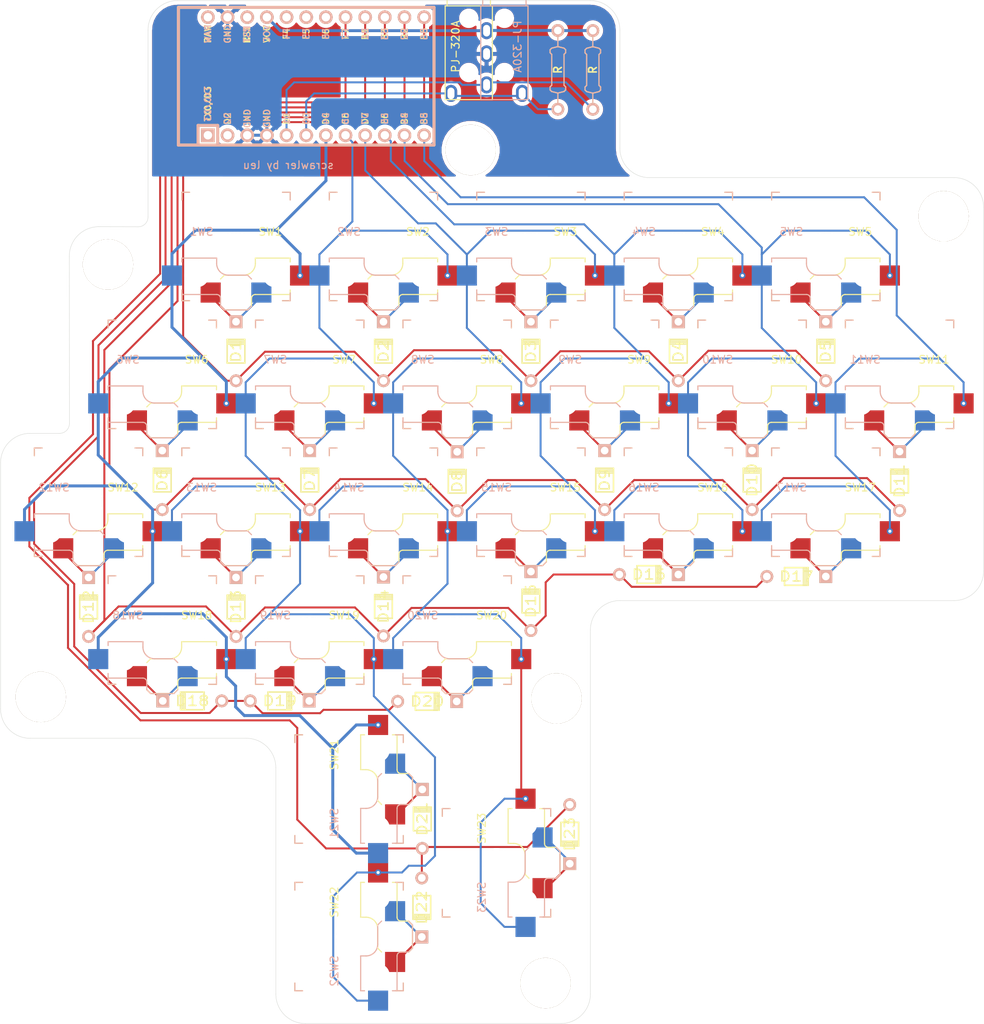
<source format=kicad_pcb>
(kicad_pcb (version 20171130) (host pcbnew 5.1.10-88a1d61d58~90~ubuntu20.04.1)
  (layers (0 F.Cu signal hide) (31 B.Cu signal hide) (34 B.Paste user) (35 F.Paste user) (36 B.SilkS user) (37 F.SilkS user) (38 B.Mask user) (39 F.Mask user) (44 Edge.Cuts user))
  (net 0 "")
  (net 1 "Net-(D1-Pad2)")
  (net 2 ROW0)
  (net 3 "Net-(D2-Pad2)")
  (net 4 "Net-(D3-Pad2)")
  (net 5 "Net-(D4-Pad2)")
  (net 6 "Net-(D5-Pad2)")
  (net 7 "Net-(D6-Pad2)")
  (net 8 ROW1)
  (net 9 "Net-(D7-Pad2)")
  (net 10 "Net-(D8-Pad2)")
  (net 11 "Net-(D9-Pad2)")
  (net 12 "Net-(D10-Pad2)")
  (net 13 "Net-(D11-Pad2)")
  (net 14 "Net-(D12-Pad2)")
  (net 15 ROW2)
  (net 16 "Net-(D13-Pad2)")
  (net 17 "Net-(D14-Pad2)")
  (net 18 "Net-(D15-Pad2)")
  (net 19 "Net-(D16-Pad2)")
  (net 20 "Net-(D17-Pad2)")
  (net 21 "Net-(D18-Pad2)")
  (net 22 ROW3)
  (net 23 "Net-(D19-Pad2)")
  (net 24 "Net-(D20-Pad2)")
  (net 25 "Net-(D21-Pad2)")
  (net 26 ROW4)
  (net 27 "Net-(D22-Pad2)")
  (net 28 "Net-(D23-Pad2)")
  (net 29 COL0)
  (net 30 COL1)
  (net 31 COL2)
  (net 32 COL3)
  (net 33 COL4)
  (net 34 COL5)
  (net 35 SCL)
  (net 36 GND)
  (net 37 SDA)
  (net 38 VCC)
  (net 39 "Net-(U2-Pad24)")
  (net 40 RESET)
  (net 41 "Net-(U2-Pad20)")
  (net 42 "Net-(U2-Pad19)")
  (net 43 "Net-(U2-Pad18)")
  (net 44 "Net-(U2-Pad2)")
  (net 45 "Net-(U2-Pad1)")
  (module Keebio-Parts:MountingHole (layer F.Cu) (at 149.6314 43.4213)
    (fp_text reference H5 hide)
    (fp_text value Hole)
    (pad "" thru_hole circle (at 0 0) (size 6.5 6.5) (drill 6.5) (layers *.Cu *.Mask F.SilkS))
  )
  (module Keebio-Parts:Resistor (layer F.Cu) (at 160.8963 33.0708 270)
    (fp_text reference R2 hide)
    (fp_text value R (at 0 0 90) (layer F.SilkS) (effects (font (thickness 0.2))))
    (pad 2 thru_hole circle (at 5.08 0 270) (size 1.651 1.651) (drill 0.9906) (layers *.Cu *.SilkS *.Mask) (net 35 SCL))
    (pad 1 thru_hole circle (at -5.08 0 270) (size 1.651 1.651) (drill 0.9906) (layers *.Cu *.SilkS *.Mask) (net 38 VCC))
  )
  (module Keebio-Parts:Resistor (layer F.Cu) (at 165.4175 33.0835 270)
    (fp_text reference R1 hide)
    (fp_text value R (at 0 0 90) (layer F.SilkS) (effects (font (thickness 0.2))))
    (pad 2 thru_hole circle (at 5.08 0 270) (size 1.651 1.651) (drill 0.9906) (layers *.Cu *.SilkS *.Mask) (net 37 SDA))
    (pad 1 thru_hole circle (at -5.08 0 270) (size 1.651 1.651) (drill 0.9906) (layers *.Cu *.SilkS *.Mask) (net 38 VCC))
  )
  (module Keebio-Parts:ArduinoProMicro (layer F.Cu) (at 129.6543 33.8963)
    (fp_text reference U2 hide)
    (fp_text value ProMicro hide)
    (fp_text user ST (at -8.91 -5.04 -270) (layer B.SilkS) (effects (font (size 0.8 0.8)) (justify mirror)))
    (fp_text user TX0/D3 (at -13.97 3.571872 -270) (layer F.SilkS) (effects (font (size 0.8 0.8))))
    (fp_text user TX0/D3 (at -13.97 3.571872 -270) (layer B.SilkS) (effects (font (size 0.8 0.8)) (justify mirror)))
    (fp_text user D2 (at -11.43 5.461 -270) (layer F.SilkS) (effects (font (size 0.8 0.8))))
    (fp_text user D0 (at -1.27 5.461 -270) (layer F.SilkS) (effects (font (size 0.8 0.8))))
    (fp_text user D1 (at -3.81 5.461 -270) (layer F.SilkS) (effects (font (size 0.8 0.8))))
    (fp_text user GND (at -6.35 5.461 -270) (layer F.SilkS) (effects (font (size 0.8 0.8))))
    (fp_text user GND (at -8.89 5.461 -270) (layer F.SilkS) (effects (font (size 0.8 0.8))))
    (fp_text user D4 (at 1.27 5.461 -270) (layer F.SilkS) (effects (font (size 0.8 0.8))))
    (fp_text user C6 (at 3.81 5.461 -270) (layer F.SilkS) (effects (font (size 0.8 0.8))))
    (fp_text user D7 (at 6.35 5.461 -270) (layer F.SilkS) (effects (font (size 0.8 0.8))))
    (fp_text user E6 (at 8.89 5.461 -270) (layer F.SilkS) (effects (font (size 0.8 0.8))))
    (fp_text user B4 (at 11.43 5.461 -270) (layer F.SilkS) (effects (font (size 0.8 0.8))))
    (fp_text user B5 (at 13.97 5.461 -270) (layer F.SilkS) (effects (font (size 0.8 0.8))))
    (fp_text user B6 (at 13.97 -5.461 -270) (layer F.SilkS) (effects (font (size 0.8 0.8))))
    (fp_text user B2 (at 11.43 -5.461 -270) (layer B.SilkS) (effects (font (size 0.8 0.8)) (justify mirror)))
    (fp_text user B3 (at 8.89 -5.461 -270) (layer F.SilkS) (effects (font (size 0.8 0.8))))
    (fp_text user B1 (at 6.35 -5.461 -270) (layer F.SilkS) (effects (font (size 0.8 0.8))))
    (fp_text user F7 (at 3.81 -5.461 -270) (layer B.SilkS) (effects (font (size 0.8 0.8)) (justify mirror)))
    (fp_text user F6 (at 1.27 -5.461 -270) (layer B.SilkS) (effects (font (size 0.8 0.8)) (justify mirror)))
    (fp_text user F5 (at -1.27 -5.461 -270) (layer B.SilkS) (effects (font (size 0.8 0.8)) (justify mirror)))
    (fp_text user F4 (at -3.81 -5.461 -270) (layer F.SilkS) (effects (font (size 0.8 0.8))))
    (fp_text user VCC (at -6.35 -5.461 -270) (layer F.SilkS) (effects (font (size 0.8 0.8))))
    (fp_text user ST (at -8.92 -5.73312 -270) (layer F.SilkS) (effects (font (size 0.8 0.8))))
    (fp_text user GND (at -11.43 -5.461 -270) (layer F.SilkS) (effects (font (size 0.8 0.8))))
    (fp_text user RAW (at -13.97 -5.461 -270) (layer F.SilkS) (effects (font (size 0.8 0.8))))
    (fp_text user RAW (at -13.97 -5.461 -270) (layer B.SilkS) (effects (font (size 0.8 0.8)) (justify mirror)))
    (fp_text user GND (at -11.43 -5.461 -270) (layer B.SilkS) (effects (font (size 0.8 0.8)) (justify mirror)))
    (fp_text user VCC (at -6.35 -5.461 -270) (layer B.SilkS) (effects (font (size 0.8 0.8)) (justify mirror)))
    (fp_text user F4 (at -3.81 -5.461 -270) (layer B.SilkS) (effects (font (size 0.8 0.8)) (justify mirror)))
    (fp_text user F5 (at -1.27 -5.461 -270) (layer F.SilkS) (effects (font (size 0.8 0.8))))
    (fp_text user F6 (at 1.27 -5.461 -270) (layer F.SilkS) (effects (font (size 0.8 0.8))))
    (fp_text user F7 (at 3.81 -5.461 -270) (layer F.SilkS) (effects (font (size 0.8 0.8))))
    (fp_text user B1 (at 6.35 -5.461 -270) (layer B.SilkS) (effects (font (size 0.8 0.8)) (justify mirror)))
    (fp_text user B3 (at 8.89 -5.461 -270) (layer B.SilkS) (effects (font (size 0.8 0.8)) (justify mirror)))
    (fp_text user B2 (at 11.43 -5.461 -270) (layer F.SilkS) (effects (font (size 0.8 0.8))))
    (fp_text user B6 (at 13.97 -5.461 -270) (layer B.SilkS) (effects (font (size 0.8 0.8)) (justify mirror)))
    (fp_text user B5 (at 13.97 5.461 -270) (layer B.SilkS) (effects (font (size 0.8 0.8)) (justify mirror)))
    (fp_text user B4 (at 11.43 5.461 -270) (layer B.SilkS) (effects (font (size 0.8 0.8)) (justify mirror)))
    (fp_text user E6 (at 8.89 5.461 -270) (layer B.SilkS) (effects (font (size 0.8 0.8)) (justify mirror)))
    (fp_text user D7 (at 6.35 5.461 -270) (layer B.SilkS) (effects (font (size 0.8 0.8)) (justify mirror)))
    (fp_text user C6 (at 3.81 5.461 -270) (layer B.SilkS) (effects (font (size 0.8 0.8)) (justify mirror)))
    (fp_text user D4 (at 1.27 5.461 -270) (layer B.SilkS) (effects (font (size 0.8 0.8)) (justify mirror)))
    (fp_text user GND (at -8.89 5.461 -270) (layer B.SilkS) (effects (font (size 0.8 0.8)) (justify mirror)))
    (fp_text user GND (at -6.35 5.461 -270) (layer B.SilkS) (effects (font (size 0.8 0.8)) (justify mirror)))
    (fp_text user D1 (at -3.81 5.461 -270) (layer B.SilkS) (effects (font (size 0.8 0.8)) (justify mirror)))
    (fp_text user D0 (at -1.27 5.461 -270) (layer B.SilkS) (effects (font (size 0.8 0.8)) (justify mirror)))
    (fp_text user D2 (at -11.43 5.461 -270) (layer B.SilkS) (effects (font (size 0.8 0.8)) (justify mirror)))
    (pad 24 thru_hole circle (at -13.97 -7.62) (size 1.7526 1.7526) (drill 1.0922) (layers *.Cu *.SilkS *.Mask) (net 39 "Net-(U2-Pad24)"))
    (pad 12 thru_hole circle (at 13.97 7.62) (size 1.7526 1.7526) (drill 1.0922) (layers *.Cu *.SilkS *.Mask) (net 34 COL5))
    (pad 23 thru_hole circle (at -11.43 -7.62) (size 1.7526 1.7526) (drill 1.0922) (layers *.Cu *.SilkS *.Mask) (net 36 GND))
    (pad 22 thru_hole circle (at -8.89 -7.62) (size 1.7526 1.7526) (drill 1.0922) (layers *.Cu *.SilkS *.Mask) (net 40 RESET))
    (pad 21 thru_hole circle (at -6.35 -7.62) (size 1.7526 1.7526) (drill 1.0922) (layers *.Cu *.SilkS *.Mask) (net 38 VCC))
    (pad 20 thru_hole circle (at -3.81 -7.62) (size 1.7526 1.7526) (drill 1.0922) (layers *.Cu *.SilkS *.Mask) (net 41 "Net-(U2-Pad20)"))
    (pad 19 thru_hole circle (at -1.27 -7.62) (size 1.7526 1.7526) (drill 1.0922) (layers *.Cu *.SilkS *.Mask) (net 42 "Net-(U2-Pad19)"))
    (pad 18 thru_hole circle (at 1.27 -7.62) (size 1.7526 1.7526) (drill 1.0922) (layers *.Cu *.SilkS *.Mask) (net 43 "Net-(U2-Pad18)"))
    (pad 17 thru_hole circle (at 3.81 -7.62) (size 1.7526 1.7526) (drill 1.0922) (layers *.Cu *.SilkS *.Mask) (net 26 ROW4))
    (pad 16 thru_hole circle (at 6.35 -7.62) (size 1.7526 1.7526) (drill 1.0922) (layers *.Cu *.SilkS *.Mask) (net 22 ROW3))
    (pad 15 thru_hole circle (at 8.89 -7.62) (size 1.7526 1.7526) (drill 1.0922) (layers *.Cu *.SilkS *.Mask) (net 15 ROW2))
    (pad 14 thru_hole circle (at 11.43 -7.62) (size 1.7526 1.7526) (drill 1.0922) (layers *.Cu *.SilkS *.Mask) (net 8 ROW1))
    (pad 13 thru_hole circle (at 13.97 -7.62) (size 1.7526 1.7526) (drill 1.0922) (layers *.Cu *.SilkS *.Mask) (net 2 ROW0))
    (pad 11 thru_hole circle (at 11.43 7.62) (size 1.7526 1.7526) (drill 1.0922) (layers *.Cu *.SilkS *.Mask) (net 33 COL4))
    (pad 10 thru_hole circle (at 8.89 7.62) (size 1.7526 1.7526) (drill 1.0922) (layers *.Cu *.SilkS *.Mask) (net 32 COL3))
    (pad 9 thru_hole circle (at 6.35 7.62) (size 1.7526 1.7526) (drill 1.0922) (layers *.Cu *.SilkS *.Mask) (net 31 COL2))
    (pad 8 thru_hole circle (at 3.81 7.62) (size 1.7526 1.7526) (drill 1.0922) (layers *.Cu *.SilkS *.Mask) (net 30 COL1))
    (pad 7 thru_hole circle (at 1.27 7.62) (size 1.7526 1.7526) (drill 1.0922) (layers *.Cu *.SilkS *.Mask) (net 29 COL0))
    (pad 6 thru_hole circle (at -1.27 7.62) (size 1.7526 1.7526) (drill 1.0922) (layers *.Cu *.SilkS *.Mask) (net 35 SCL))
    (pad 5 thru_hole circle (at -3.81 7.62) (size 1.7526 1.7526) (drill 1.0922) (layers *.Cu *.SilkS *.Mask) (net 37 SDA))
    (pad 4 thru_hole circle (at -6.35 7.62) (size 1.7526 1.7526) (drill 1.0922) (layers *.Cu *.SilkS *.Mask) (net 36 GND))
    (pad 3 thru_hole circle (at -8.89 7.62) (size 1.7526 1.7526) (drill 1.0922) (layers *.Cu *.SilkS *.Mask) (net 36 GND))
    (pad 2 thru_hole circle (at -11.43 7.62) (size 1.7526 1.7526) (drill 1.0922) (layers *.Cu *.SilkS *.Mask) (net 44 "Net-(U2-Pad2)"))
    (pad 1 thru_hole rect (at -13.97 7.62) (size 1.7526 1.7526) (drill 1.0922) (layers *.Cu *.SilkS *.Mask) (net 45 "Net-(U2-Pad1)"))
  )
  (module Keebio-Parts:MountingHole (layer F.Cu) (at 210.7311 51.9684)
    (fp_text reference H6 hide)
    (fp_text value Hole)
    (pad "" thru_hole circle (at 0 0) (size 6.5 6.5) (drill 6.5) (layers *.Cu *.Mask F.SilkS))
  )
  (module Keebio-Parts:MountingHole (layer F.Cu) (at 94.0943 114.046)
    (fp_text reference H4 hide)
    (fp_text value Hole)
    (pad "" thru_hole circle (at 0 0) (size 6.5 6.5) (drill 6.5) (layers *.Cu *.Mask F.SilkS))
  )
  (module Keebio-Parts:MountingHole (layer F.Cu) (at 102.7811 58.2041)
    (fp_text reference H3 hide)
    (fp_text value Hole)
    (pad "" thru_hole circle (at 0 0) (size 6.5 6.5) (drill 6.5) (layers *.Cu *.Mask F.SilkS))
  )
  (module Keebio-Parts:MountingHole (layer F.Cu) (at 159.3088 150.9903)
    (fp_text reference H2 hide)
    (fp_text value Hole)
    (pad "" thru_hole circle (at 0 0) (size 6.5 6.5) (drill 6.5) (layers *.Cu *.Mask F.SilkS))
  )
  (module Keebio-Parts:MountingHole (layer F.Cu) (at 160.7312 114.2365)
    (fp_text reference H1 hide)
    (fp_text value Hole)
    (pad "" thru_hole circle (at 0 0) (size 6.5 6.5) (drill 6.5) (layers *.Cu *.Mask F.SilkS))
  )
  (module Keebio-Parts:TRRS-PJ-320A-dual (layer F.Cu) (at 151.6888 24.8158)
    (fp_text reference U1)
    (fp_text value TRRS)
    (fp_text user PJ-320A (at -4 5.25 90) (layer F.SilkS))
    (fp_text user PJ-320A (at 4 5.25 270) (layer B.SilkS) (effects (justify mirror)))
    (pad 3 thru_hole oval (at 0 6.2) (size 1.6 2.2) (drill oval 0.9 1.5) (layers *.Cu *.Mask) (net 36 GND))
    (pad "" np_thru_hole circle (at -2.3 1.6) (size 1.5 1.5) (drill 1.5) (layers *.Cu *.Mask))
    (pad "" np_thru_hole circle (at -2.3 8.6) (size 1.5 1.5) (drill 1.5) (layers *.Cu *.Mask))
    (pad 4 thru_hole oval (at 0 3.2) (size 1.6 2.2) (drill oval 0.9 1.5) (layers *.Cu *.Mask) (net 38 VCC))
    (pad 2 thru_hole oval (at 0 10.2) (size 1.6 2.2) (drill oval 0.9 1.5) (layers *.Cu *.Mask) (net 37 SDA))
    (pad 1 thru_hole oval (at -4.6 11.3) (size 1.6 2.2) (drill oval 0.9 1.5) (layers *.Cu *.Mask) (net 35 SCL))
    (pad 1 thru_hole oval (at 4.6 11.3) (size 1.6 2.2) (drill oval 0.9 1.5) (layers *.Cu *.Mask) (net 35 SCL))
    (pad "" np_thru_hole circle (at 2.3 1.6) (size 1.5 1.5) (drill 1.5) (layers *.Cu *.Mask))
    (pad "" np_thru_hole circle (at 2.3 8.6) (size 1.5 1.5) (drill 1.5) (layers *.Cu *.Mask))
  )
  (module keyswitches:Kailh_socket_PG1350_reversible (layer F.Cu) (at 152.9715 135.4582 90)
    (fp_text reference SW23 (at 4.445 -1.905 90) (layer F.SilkS))
    (fp_text value switch)
    (fp_text user %R (at -4.445 -1.905 90) (layer B.SilkS) (effects (justify mirror)))
    (pad "" np_thru_hole circle (at -5.5 0 90) (size 1.7018 1.7018) (drill 1.7018) (layers *.Cu *.Mask))
    (pad "" np_thru_hole circle (at 5.5 0 90) (size 1.7018 1.7018) (drill 1.7018) (layers *.Cu *.Mask))
    (pad 1 smd rect (at -3.275 5.95 90) (size 2.6 2.6) (layers F.Cu F.Paste F.Mask) (net 28 "Net-(D23-Pad2)"))
    (pad "" np_thru_hole circle (at 5 3.75 90) (size 3 3) (drill 3) (layers *.Cu *.Mask))
    (pad "" np_thru_hole circle (at 0 0 90) (size 3.429 3.429) (drill 3.429) (layers *.Cu *.Mask))
    (pad "" np_thru_hole circle (at 0 5.95 90) (size 3 3) (drill 3) (layers *.Cu *.Mask))
    (pad 2 smd rect (at 8.275 3.75 90) (size 2.6 2.6) (layers F.Cu F.Paste F.Mask) (net 31 COL2))
    (pad "" np_thru_hole circle (at -5 3.75 90) (size 3 3) (drill 3) (layers *.Cu *.Mask))
    (pad 1 smd rect (at 3.275 5.95 90) (size 2.6 2.6) (layers B.Cu B.Paste B.Mask) (net 28 "Net-(D23-Pad2)"))
    (pad 2 smd rect (at -8.275 3.75 90) (size 2.6 2.6) (layers B.Cu B.Paste B.Mask) (net 31 COL2))
    (pad "" np_thru_hole circle (at -5.22 -4.2 90) (size 0.9906 0.9906) (drill 0.9906) (layers *.Cu *.Mask))
    (pad "" np_thru_hole circle (at 5.22 -4.2 90) (size 0.9906 0.9906) (drill 0.9906) (layers *.Cu *.Mask))
  )
  (module keyswitches:Kailh_socket_PG1350_reversible (layer F.Cu) (at 133.9215 144.9832 90)
    (fp_text reference SW22 (at 4.445 -1.905 90) (layer F.SilkS))
    (fp_text value switch)
    (fp_text user %R (at -4.445 -1.905 90) (layer B.SilkS) (effects (justify mirror)))
    (pad "" np_thru_hole circle (at -5.5 0 90) (size 1.7018 1.7018) (drill 1.7018) (layers *.Cu *.Mask))
    (pad "" np_thru_hole circle (at 5.5 0 90) (size 1.7018 1.7018) (drill 1.7018) (layers *.Cu *.Mask))
    (pad 1 smd rect (at -3.275 5.95 90) (size 2.6 2.6) (layers F.Cu F.Paste F.Mask) (net 27 "Net-(D22-Pad2)"))
    (pad "" np_thru_hole circle (at 5 3.75 90) (size 3 3) (drill 3) (layers *.Cu *.Mask))
    (pad "" np_thru_hole circle (at 0 0 90) (size 3.429 3.429) (drill 3.429) (layers *.Cu *.Mask))
    (pad "" np_thru_hole circle (at 0 5.95 90) (size 3 3) (drill 3) (layers *.Cu *.Mask))
    (pad 2 smd rect (at 8.275 3.75 90) (size 2.6 2.6) (layers F.Cu F.Paste F.Mask) (net 30 COL1))
    (pad "" np_thru_hole circle (at -5 3.75 90) (size 3 3) (drill 3) (layers *.Cu *.Mask))
    (pad 1 smd rect (at 3.275 5.95 90) (size 2.6 2.6) (layers B.Cu B.Paste B.Mask) (net 27 "Net-(D22-Pad2)"))
    (pad 2 smd rect (at -8.275 3.75 90) (size 2.6 2.6) (layers B.Cu B.Paste B.Mask) (net 30 COL1))
    (pad "" np_thru_hole circle (at -5.22 -4.2 90) (size 0.9906 0.9906) (drill 0.9906) (layers *.Cu *.Mask))
    (pad "" np_thru_hole circle (at 5.22 -4.2 90) (size 0.9906 0.9906) (drill 0.9906) (layers *.Cu *.Mask))
  )
  (module keyswitches:Kailh_socket_PG1350_reversible (layer F.Cu) (at 133.9215 125.9332 90)
    (fp_text reference SW21 (at 4.445 -1.905 90) (layer F.SilkS))
    (fp_text value switch)
    (fp_text user %R (at -4.445 -1.905 90) (layer B.SilkS) (effects (justify mirror)))
    (pad "" np_thru_hole circle (at -5.5 0 90) (size 1.7018 1.7018) (drill 1.7018) (layers *.Cu *.Mask))
    (pad "" np_thru_hole circle (at 5.5 0 90) (size 1.7018 1.7018) (drill 1.7018) (layers *.Cu *.Mask))
    (pad 1 smd rect (at -3.275 5.95 90) (size 2.6 2.6) (layers F.Cu F.Paste F.Mask) (net 25 "Net-(D21-Pad2)"))
    (pad "" np_thru_hole circle (at 5 3.75 90) (size 3 3) (drill 3) (layers *.Cu *.Mask))
    (pad "" np_thru_hole circle (at 0 0 90) (size 3.429 3.429) (drill 3.429) (layers *.Cu *.Mask))
    (pad "" np_thru_hole circle (at 0 5.95 90) (size 3 3) (drill 3) (layers *.Cu *.Mask))
    (pad 2 smd rect (at 8.275 3.75 90) (size 2.6 2.6) (layers F.Cu F.Paste F.Mask) (net 29 COL0))
    (pad "" np_thru_hole circle (at -5 3.75 90) (size 3 3) (drill 3) (layers *.Cu *.Mask))
    (pad 1 smd rect (at 3.275 5.95 90) (size 2.6 2.6) (layers B.Cu B.Paste B.Mask) (net 25 "Net-(D21-Pad2)"))
    (pad 2 smd rect (at -8.275 3.75 90) (size 2.6 2.6) (layers B.Cu B.Paste B.Mask) (net 29 COL0))
    (pad "" np_thru_hole circle (at -5.22 -4.2 90) (size 0.9906 0.9906) (drill 0.9906) (layers *.Cu *.Mask))
    (pad "" np_thru_hole circle (at 5.22 -4.2 90) (size 0.9906 0.9906) (drill 0.9906) (layers *.Cu *.Mask))
  )
  (module keyswitches:Kailh_socket_PG1350_reversible (layer F.Cu) (at 147.8915 105.41)
    (fp_text reference SW20 (at 4.445 -1.905) (layer F.SilkS))
    (fp_text value switch)
    (fp_text user %R (at -4.445 -1.905) (layer B.SilkS) (effects (justify mirror)))
    (pad "" np_thru_hole circle (at -5.5 0) (size 1.7018 1.7018) (drill 1.7018) (layers *.Cu *.Mask))
    (pad "" np_thru_hole circle (at 5.5 0) (size 1.7018 1.7018) (drill 1.7018) (layers *.Cu *.Mask))
    (pad 1 smd rect (at -3.275 5.95) (size 2.6 2.6) (layers F.Cu F.Paste F.Mask) (net 24 "Net-(D20-Pad2)"))
    (pad "" np_thru_hole circle (at 5 3.75) (size 3 3) (drill 3) (layers *.Cu *.Mask))
    (pad "" np_thru_hole circle (at 0 0) (size 3.429 3.429) (drill 3.429) (layers *.Cu *.Mask))
    (pad "" np_thru_hole circle (at 0 5.95) (size 3 3) (drill 3) (layers *.Cu *.Mask))
    (pad 2 smd rect (at 8.275 3.75) (size 2.6 2.6) (layers F.Cu F.Paste F.Mask) (net 31 COL2))
    (pad "" np_thru_hole circle (at -5 3.75) (size 3 3) (drill 3) (layers *.Cu *.Mask))
    (pad 1 smd rect (at 3.275 5.95) (size 2.6 2.6) (layers B.Cu B.Paste B.Mask) (net 24 "Net-(D20-Pad2)"))
    (pad 2 smd rect (at -8.275 3.75) (size 2.6 2.6) (layers B.Cu B.Paste B.Mask) (net 31 COL2))
    (pad "" np_thru_hole circle (at -5.22 -4.2) (size 0.9906 0.9906) (drill 0.9906) (layers *.Cu *.Mask))
    (pad "" np_thru_hole circle (at 5.22 -4.2) (size 0.9906 0.9906) (drill 0.9906) (layers *.Cu *.Mask))
  )
  (module keyswitches:Kailh_socket_PG1350_reversible (layer F.Cu) (at 128.8415 105.41)
    (fp_text reference SW19 (at 4.445 -1.905) (layer F.SilkS))
    (fp_text value switch)
    (fp_text user %R (at -4.445 -1.905) (layer B.SilkS) (effects (justify mirror)))
    (pad "" np_thru_hole circle (at -5.5 0) (size 1.7018 1.7018) (drill 1.7018) (layers *.Cu *.Mask))
    (pad "" np_thru_hole circle (at 5.5 0) (size 1.7018 1.7018) (drill 1.7018) (layers *.Cu *.Mask))
    (pad 1 smd rect (at -3.275 5.95) (size 2.6 2.6) (layers F.Cu F.Paste F.Mask) (net 23 "Net-(D19-Pad2)"))
    (pad "" np_thru_hole circle (at 5 3.75) (size 3 3) (drill 3) (layers *.Cu *.Mask))
    (pad "" np_thru_hole circle (at 0 0) (size 3.429 3.429) (drill 3.429) (layers *.Cu *.Mask))
    (pad "" np_thru_hole circle (at 0 5.95) (size 3 3) (drill 3) (layers *.Cu *.Mask))
    (pad 2 smd rect (at 8.275 3.75) (size 2.6 2.6) (layers F.Cu F.Paste F.Mask) (net 30 COL1))
    (pad "" np_thru_hole circle (at -5 3.75) (size 3 3) (drill 3) (layers *.Cu *.Mask))
    (pad 1 smd rect (at 3.275 5.95) (size 2.6 2.6) (layers B.Cu B.Paste B.Mask) (net 23 "Net-(D19-Pad2)"))
    (pad 2 smd rect (at -8.275 3.75) (size 2.6 2.6) (layers B.Cu B.Paste B.Mask) (net 30 COL1))
    (pad "" np_thru_hole circle (at -5.22 -4.2) (size 0.9906 0.9906) (drill 0.9906) (layers *.Cu *.Mask))
    (pad "" np_thru_hole circle (at 5.22 -4.2) (size 0.9906 0.9906) (drill 0.9906) (layers *.Cu *.Mask))
  )
  (module keyswitches:Kailh_socket_PG1350_reversible (layer F.Cu) (at 109.7915 105.41)
    (fp_text reference SW18 (at 4.445 -1.905) (layer F.SilkS))
    (fp_text value switch)
    (fp_text user %R (at -4.445 -1.905) (layer B.SilkS) (effects (justify mirror)))
    (pad "" np_thru_hole circle (at -5.5 0) (size 1.7018 1.7018) (drill 1.7018) (layers *.Cu *.Mask))
    (pad "" np_thru_hole circle (at 5.5 0) (size 1.7018 1.7018) (drill 1.7018) (layers *.Cu *.Mask))
    (pad 1 smd rect (at -3.275 5.95) (size 2.6 2.6) (layers F.Cu F.Paste F.Mask) (net 21 "Net-(D18-Pad2)"))
    (pad "" np_thru_hole circle (at 5 3.75) (size 3 3) (drill 3) (layers *.Cu *.Mask))
    (pad "" np_thru_hole circle (at 0 0) (size 3.429 3.429) (drill 3.429) (layers *.Cu *.Mask))
    (pad "" np_thru_hole circle (at 0 5.95) (size 3 3) (drill 3) (layers *.Cu *.Mask))
    (pad 2 smd rect (at 8.275 3.75) (size 2.6 2.6) (layers F.Cu F.Paste F.Mask) (net 29 COL0))
    (pad "" np_thru_hole circle (at -5 3.75) (size 3 3) (drill 3) (layers *.Cu *.Mask))
    (pad 1 smd rect (at 3.275 5.95) (size 2.6 2.6) (layers B.Cu B.Paste B.Mask) (net 21 "Net-(D18-Pad2)"))
    (pad 2 smd rect (at -8.275 3.75) (size 2.6 2.6) (layers B.Cu B.Paste B.Mask) (net 29 COL0))
    (pad "" np_thru_hole circle (at -5.22 -4.2) (size 0.9906 0.9906) (drill 0.9906) (layers *.Cu *.Mask))
    (pad "" np_thru_hole circle (at 5.22 -4.2) (size 0.9906 0.9906) (drill 0.9906) (layers *.Cu *.Mask))
  )
  (module keyswitches:Kailh_socket_PG1350_reversible (layer F.Cu) (at 195.5165 88.9)
    (fp_text reference SW17 (at 4.445 -1.905) (layer F.SilkS))
    (fp_text value switch)
    (fp_text user %R (at -4.445 -1.905) (layer B.SilkS) (effects (justify mirror)))
    (pad "" np_thru_hole circle (at -5.5 0) (size 1.7018 1.7018) (drill 1.7018) (layers *.Cu *.Mask))
    (pad "" np_thru_hole circle (at 5.5 0) (size 1.7018 1.7018) (drill 1.7018) (layers *.Cu *.Mask))
    (pad 1 smd rect (at -3.275 5.95) (size 2.6 2.6) (layers F.Cu F.Paste F.Mask) (net 20 "Net-(D17-Pad2)"))
    (pad "" np_thru_hole circle (at 5 3.75) (size 3 3) (drill 3) (layers *.Cu *.Mask))
    (pad "" np_thru_hole circle (at 0 0) (size 3.429 3.429) (drill 3.429) (layers *.Cu *.Mask))
    (pad "" np_thru_hole circle (at 0 5.95) (size 3 3) (drill 3) (layers *.Cu *.Mask))
    (pad 2 smd rect (at 8.275 3.75) (size 2.6 2.6) (layers F.Cu F.Paste F.Mask) (net 34 COL5))
    (pad "" np_thru_hole circle (at -5 3.75) (size 3 3) (drill 3) (layers *.Cu *.Mask))
    (pad 1 smd rect (at 3.275 5.95) (size 2.6 2.6) (layers B.Cu B.Paste B.Mask) (net 20 "Net-(D17-Pad2)"))
    (pad 2 smd rect (at -8.275 3.75) (size 2.6 2.6) (layers B.Cu B.Paste B.Mask) (net 34 COL5))
    (pad "" np_thru_hole circle (at -5.22 -4.2) (size 0.9906 0.9906) (drill 0.9906) (layers *.Cu *.Mask))
    (pad "" np_thru_hole circle (at 5.22 -4.2) (size 0.9906 0.9906) (drill 0.9906) (layers *.Cu *.Mask))
  )
  (module keyswitches:Kailh_socket_PG1350_reversible (layer F.Cu) (at 176.4665 88.9)
    (fp_text reference SW16 (at 4.445 -1.905) (layer F.SilkS))
    (fp_text value switch)
    (fp_text user %R (at -4.445 -1.905) (layer B.SilkS) (effects (justify mirror)))
    (pad "" np_thru_hole circle (at -5.5 0) (size 1.7018 1.7018) (drill 1.7018) (layers *.Cu *.Mask))
    (pad "" np_thru_hole circle (at 5.5 0) (size 1.7018 1.7018) (drill 1.7018) (layers *.Cu *.Mask))
    (pad 1 smd rect (at -3.275 5.95) (size 2.6 2.6) (layers F.Cu F.Paste F.Mask) (net 19 "Net-(D16-Pad2)"))
    (pad "" np_thru_hole circle (at 5 3.75) (size 3 3) (drill 3) (layers *.Cu *.Mask))
    (pad "" np_thru_hole circle (at 0 0) (size 3.429 3.429) (drill 3.429) (layers *.Cu *.Mask))
    (pad "" np_thru_hole circle (at 0 5.95) (size 3 3) (drill 3) (layers *.Cu *.Mask))
    (pad 2 smd rect (at 8.275 3.75) (size 2.6 2.6) (layers F.Cu F.Paste F.Mask) (net 33 COL4))
    (pad "" np_thru_hole circle (at -5 3.75) (size 3 3) (drill 3) (layers *.Cu *.Mask))
    (pad 1 smd rect (at 3.275 5.95) (size 2.6 2.6) (layers B.Cu B.Paste B.Mask) (net 19 "Net-(D16-Pad2)"))
    (pad 2 smd rect (at -8.275 3.75) (size 2.6 2.6) (layers B.Cu B.Paste B.Mask) (net 33 COL4))
    (pad "" np_thru_hole circle (at -5.22 -4.2) (size 0.9906 0.9906) (drill 0.9906) (layers *.Cu *.Mask))
    (pad "" np_thru_hole circle (at 5.22 -4.2) (size 0.9906 0.9906) (drill 0.9906) (layers *.Cu *.Mask))
  )
  (module keyswitches:Kailh_socket_PG1350_reversible (layer F.Cu) (at 157.4165 88.9)
    (fp_text reference SW15 (at 4.445 -1.905) (layer F.SilkS))
    (fp_text value switch)
    (fp_text user %R (at -4.445 -1.905) (layer B.SilkS) (effects (justify mirror)))
    (pad "" np_thru_hole circle (at -5.5 0) (size 1.7018 1.7018) (drill 1.7018) (layers *.Cu *.Mask))
    (pad "" np_thru_hole circle (at 5.5 0) (size 1.7018 1.7018) (drill 1.7018) (layers *.Cu *.Mask))
    (pad 1 smd rect (at -3.275 5.95) (size 2.6 2.6) (layers F.Cu F.Paste F.Mask) (net 18 "Net-(D15-Pad2)"))
    (pad "" np_thru_hole circle (at 5 3.75) (size 3 3) (drill 3) (layers *.Cu *.Mask))
    (pad "" np_thru_hole circle (at 0 0) (size 3.429 3.429) (drill 3.429) (layers *.Cu *.Mask))
    (pad "" np_thru_hole circle (at 0 5.95) (size 3 3) (drill 3) (layers *.Cu *.Mask))
    (pad 2 smd rect (at 8.275 3.75) (size 2.6 2.6) (layers F.Cu F.Paste F.Mask) (net 32 COL3))
    (pad "" np_thru_hole circle (at -5 3.75) (size 3 3) (drill 3) (layers *.Cu *.Mask))
    (pad 1 smd rect (at 3.275 5.95) (size 2.6 2.6) (layers B.Cu B.Paste B.Mask) (net 18 "Net-(D15-Pad2)"))
    (pad 2 smd rect (at -8.275 3.75) (size 2.6 2.6) (layers B.Cu B.Paste B.Mask) (net 32 COL3))
    (pad "" np_thru_hole circle (at -5.22 -4.2) (size 0.9906 0.9906) (drill 0.9906) (layers *.Cu *.Mask))
    (pad "" np_thru_hole circle (at 5.22 -4.2) (size 0.9906 0.9906) (drill 0.9906) (layers *.Cu *.Mask))
  )
  (module keyswitches:Kailh_socket_PG1350_reversible (layer F.Cu) (at 138.3665 88.9)
    (fp_text reference SW14 (at 4.445 -1.905) (layer F.SilkS))
    (fp_text value switch)
    (fp_text user %R (at -4.445 -1.905) (layer B.SilkS) (effects (justify mirror)))
    (pad "" np_thru_hole circle (at -5.5 0) (size 1.7018 1.7018) (drill 1.7018) (layers *.Cu *.Mask))
    (pad "" np_thru_hole circle (at 5.5 0) (size 1.7018 1.7018) (drill 1.7018) (layers *.Cu *.Mask))
    (pad 1 smd rect (at -3.275 5.95) (size 2.6 2.6) (layers F.Cu F.Paste F.Mask) (net 17 "Net-(D14-Pad2)"))
    (pad "" np_thru_hole circle (at 5 3.75) (size 3 3) (drill 3) (layers *.Cu *.Mask))
    (pad "" np_thru_hole circle (at 0 0) (size 3.429 3.429) (drill 3.429) (layers *.Cu *.Mask))
    (pad "" np_thru_hole circle (at 0 5.95) (size 3 3) (drill 3) (layers *.Cu *.Mask))
    (pad 2 smd rect (at 8.275 3.75) (size 2.6 2.6) (layers F.Cu F.Paste F.Mask) (net 31 COL2))
    (pad "" np_thru_hole circle (at -5 3.75) (size 3 3) (drill 3) (layers *.Cu *.Mask))
    (pad 1 smd rect (at 3.275 5.95) (size 2.6 2.6) (layers B.Cu B.Paste B.Mask) (net 17 "Net-(D14-Pad2)"))
    (pad 2 smd rect (at -8.275 3.75) (size 2.6 2.6) (layers B.Cu B.Paste B.Mask) (net 31 COL2))
    (pad "" np_thru_hole circle (at -5.22 -4.2) (size 0.9906 0.9906) (drill 0.9906) (layers *.Cu *.Mask))
    (pad "" np_thru_hole circle (at 5.22 -4.2) (size 0.9906 0.9906) (drill 0.9906) (layers *.Cu *.Mask))
  )
  (module keyswitches:Kailh_socket_PG1350_reversible (layer F.Cu) (at 119.3165 88.9)
    (fp_text reference SW13 (at 4.445 -1.905) (layer F.SilkS))
    (fp_text value switch)
    (fp_text user %R (at -4.445 -1.905) (layer B.SilkS) (effects (justify mirror)))
    (pad "" np_thru_hole circle (at -5.5 0) (size 1.7018 1.7018) (drill 1.7018) (layers *.Cu *.Mask))
    (pad "" np_thru_hole circle (at 5.5 0) (size 1.7018 1.7018) (drill 1.7018) (layers *.Cu *.Mask))
    (pad 1 smd rect (at -3.275 5.95) (size 2.6 2.6) (layers F.Cu F.Paste F.Mask) (net 16 "Net-(D13-Pad2)"))
    (pad "" np_thru_hole circle (at 5 3.75) (size 3 3) (drill 3) (layers *.Cu *.Mask))
    (pad "" np_thru_hole circle (at 0 0) (size 3.429 3.429) (drill 3.429) (layers *.Cu *.Mask))
    (pad "" np_thru_hole circle (at 0 5.95) (size 3 3) (drill 3) (layers *.Cu *.Mask))
    (pad 2 smd rect (at 8.275 3.75) (size 2.6 2.6) (layers F.Cu F.Paste F.Mask) (net 30 COL1))
    (pad "" np_thru_hole circle (at -5 3.75) (size 3 3) (drill 3) (layers *.Cu *.Mask))
    (pad 1 smd rect (at 3.275 5.95) (size 2.6 2.6) (layers B.Cu B.Paste B.Mask) (net 16 "Net-(D13-Pad2)"))
    (pad 2 smd rect (at -8.275 3.75) (size 2.6 2.6) (layers B.Cu B.Paste B.Mask) (net 30 COL1))
    (pad "" np_thru_hole circle (at -5.22 -4.2) (size 0.9906 0.9906) (drill 0.9906) (layers *.Cu *.Mask))
    (pad "" np_thru_hole circle (at 5.22 -4.2) (size 0.9906 0.9906) (drill 0.9906) (layers *.Cu *.Mask))
  )
  (module keyswitches:Kailh_socket_PG1350_reversible (layer F.Cu) (at 100.2665 88.9)
    (fp_text reference SW12 (at 4.445 -1.905) (layer F.SilkS))
    (fp_text value switch)
    (fp_text user %R (at -4.445 -1.905) (layer B.SilkS) (effects (justify mirror)))
    (pad "" np_thru_hole circle (at -5.5 0) (size 1.7018 1.7018) (drill 1.7018) (layers *.Cu *.Mask))
    (pad "" np_thru_hole circle (at 5.5 0) (size 1.7018 1.7018) (drill 1.7018) (layers *.Cu *.Mask))
    (pad 1 smd rect (at -3.275 5.95) (size 2.6 2.6) (layers F.Cu F.Paste F.Mask) (net 14 "Net-(D12-Pad2)"))
    (pad "" np_thru_hole circle (at 5 3.75) (size 3 3) (drill 3) (layers *.Cu *.Mask))
    (pad "" np_thru_hole circle (at 0 0) (size 3.429 3.429) (drill 3.429) (layers *.Cu *.Mask))
    (pad "" np_thru_hole circle (at 0 5.95) (size 3 3) (drill 3) (layers *.Cu *.Mask))
    (pad 2 smd rect (at 8.275 3.75) (size 2.6 2.6) (layers F.Cu F.Paste F.Mask) (net 29 COL0))
    (pad "" np_thru_hole circle (at -5 3.75) (size 3 3) (drill 3) (layers *.Cu *.Mask))
    (pad 1 smd rect (at 3.275 5.95) (size 2.6 2.6) (layers B.Cu B.Paste B.Mask) (net 14 "Net-(D12-Pad2)"))
    (pad 2 smd rect (at -8.275 3.75) (size 2.6 2.6) (layers B.Cu B.Paste B.Mask) (net 29 COL0))
    (pad "" np_thru_hole circle (at -5.22 -4.2) (size 0.9906 0.9906) (drill 0.9906) (layers *.Cu *.Mask))
    (pad "" np_thru_hole circle (at 5.22 -4.2) (size 0.9906 0.9906) (drill 0.9906) (layers *.Cu *.Mask))
  )
  (module keyswitches:Kailh_socket_PG1350_reversible (layer F.Cu) (at 205.0415 72.39)
    (fp_text reference SW11 (at 4.445 -1.905) (layer F.SilkS))
    (fp_text value switch)
    (fp_text user %R (at -4.445 -1.905) (layer B.SilkS) (effects (justify mirror)))
    (pad "" np_thru_hole circle (at -5.5 0) (size 1.7018 1.7018) (drill 1.7018) (layers *.Cu *.Mask))
    (pad "" np_thru_hole circle (at 5.5 0) (size 1.7018 1.7018) (drill 1.7018) (layers *.Cu *.Mask))
    (pad 1 smd rect (at -3.275 5.95) (size 2.6 2.6) (layers F.Cu F.Paste F.Mask) (net 13 "Net-(D11-Pad2)"))
    (pad "" np_thru_hole circle (at 5 3.75) (size 3 3) (drill 3) (layers *.Cu *.Mask))
    (pad "" np_thru_hole circle (at 0 0) (size 3.429 3.429) (drill 3.429) (layers *.Cu *.Mask))
    (pad "" np_thru_hole circle (at 0 5.95) (size 3 3) (drill 3) (layers *.Cu *.Mask))
    (pad 2 smd rect (at 8.275 3.75) (size 2.6 2.6) (layers F.Cu F.Paste F.Mask) (net 34 COL5))
    (pad "" np_thru_hole circle (at -5 3.75) (size 3 3) (drill 3) (layers *.Cu *.Mask))
    (pad 1 smd rect (at 3.275 5.95) (size 2.6 2.6) (layers B.Cu B.Paste B.Mask) (net 13 "Net-(D11-Pad2)"))
    (pad 2 smd rect (at -8.275 3.75) (size 2.6 2.6) (layers B.Cu B.Paste B.Mask) (net 34 COL5))
    (pad "" np_thru_hole circle (at -5.22 -4.2) (size 0.9906 0.9906) (drill 0.9906) (layers *.Cu *.Mask))
    (pad "" np_thru_hole circle (at 5.22 -4.2) (size 0.9906 0.9906) (drill 0.9906) (layers *.Cu *.Mask))
  )
  (module keyswitches:Kailh_socket_PG1350_reversible (layer F.Cu) (at 185.9915 72.39)
    (fp_text reference SW10 (at 4.445 -1.905) (layer F.SilkS))
    (fp_text value switch)
    (fp_text user %R (at -4.445 -1.905) (layer B.SilkS) (effects (justify mirror)))
    (pad "" np_thru_hole circle (at -5.5 0) (size 1.7018 1.7018) (drill 1.7018) (layers *.Cu *.Mask))
    (pad "" np_thru_hole circle (at 5.5 0) (size 1.7018 1.7018) (drill 1.7018) (layers *.Cu *.Mask))
    (pad 1 smd rect (at -3.275 5.95) (size 2.6 2.6) (layers F.Cu F.Paste F.Mask) (net 12 "Net-(D10-Pad2)"))
    (pad "" np_thru_hole circle (at 5 3.75) (size 3 3) (drill 3) (layers *.Cu *.Mask))
    (pad "" np_thru_hole circle (at 0 0) (size 3.429 3.429) (drill 3.429) (layers *.Cu *.Mask))
    (pad "" np_thru_hole circle (at 0 5.95) (size 3 3) (drill 3) (layers *.Cu *.Mask))
    (pad 2 smd rect (at 8.275 3.75) (size 2.6 2.6) (layers F.Cu F.Paste F.Mask) (net 33 COL4))
    (pad "" np_thru_hole circle (at -5 3.75) (size 3 3) (drill 3) (layers *.Cu *.Mask))
    (pad 1 smd rect (at 3.275 5.95) (size 2.6 2.6) (layers B.Cu B.Paste B.Mask) (net 12 "Net-(D10-Pad2)"))
    (pad 2 smd rect (at -8.275 3.75) (size 2.6 2.6) (layers B.Cu B.Paste B.Mask) (net 33 COL4))
    (pad "" np_thru_hole circle (at -5.22 -4.2) (size 0.9906 0.9906) (drill 0.9906) (layers *.Cu *.Mask))
    (pad "" np_thru_hole circle (at 5.22 -4.2) (size 0.9906 0.9906) (drill 0.9906) (layers *.Cu *.Mask))
  )
  (module keyswitches:Kailh_socket_PG1350_reversible (layer F.Cu) (at 166.9415 72.39)
    (fp_text reference SW9 (at 4.445 -1.905) (layer F.SilkS))
    (fp_text value switch)
    (fp_text user %R (at -4.445 -1.905) (layer B.SilkS) (effects (justify mirror)))
    (pad "" np_thru_hole circle (at -5.5 0) (size 1.7018 1.7018) (drill 1.7018) (layers *.Cu *.Mask))
    (pad "" np_thru_hole circle (at 5.5 0) (size 1.7018 1.7018) (drill 1.7018) (layers *.Cu *.Mask))
    (pad 1 smd rect (at -3.275 5.95) (size 2.6 2.6) (layers F.Cu F.Paste F.Mask) (net 11 "Net-(D9-Pad2)"))
    (pad "" np_thru_hole circle (at 5 3.75) (size 3 3) (drill 3) (layers *.Cu *.Mask))
    (pad "" np_thru_hole circle (at 0 0) (size 3.429 3.429) (drill 3.429) (layers *.Cu *.Mask))
    (pad "" np_thru_hole circle (at 0 5.95) (size 3 3) (drill 3) (layers *.Cu *.Mask))
    (pad 2 smd rect (at 8.275 3.75) (size 2.6 2.6) (layers F.Cu F.Paste F.Mask) (net 32 COL3))
    (pad "" np_thru_hole circle (at -5 3.75) (size 3 3) (drill 3) (layers *.Cu *.Mask))
    (pad 1 smd rect (at 3.275 5.95) (size 2.6 2.6) (layers B.Cu B.Paste B.Mask) (net 11 "Net-(D9-Pad2)"))
    (pad 2 smd rect (at -8.275 3.75) (size 2.6 2.6) (layers B.Cu B.Paste B.Mask) (net 32 COL3))
    (pad "" np_thru_hole circle (at -5.22 -4.2) (size 0.9906 0.9906) (drill 0.9906) (layers *.Cu *.Mask))
    (pad "" np_thru_hole circle (at 5.22 -4.2) (size 0.9906 0.9906) (drill 0.9906) (layers *.Cu *.Mask))
  )
  (module keyswitches:Kailh_socket_PG1350_reversible (layer F.Cu) (at 147.8915 72.39)
    (fp_text reference SW8 (at 4.445 -1.905) (layer F.SilkS))
    (fp_text value switch)
    (fp_text user %R (at -4.445 -1.905) (layer B.SilkS) (effects (justify mirror)))
    (pad "" np_thru_hole circle (at -5.5 0) (size 1.7018 1.7018) (drill 1.7018) (layers *.Cu *.Mask))
    (pad "" np_thru_hole circle (at 5.5 0) (size 1.7018 1.7018) (drill 1.7018) (layers *.Cu *.Mask))
    (pad 1 smd rect (at -3.275 5.95) (size 2.6 2.6) (layers F.Cu F.Paste F.Mask) (net 10 "Net-(D8-Pad2)"))
    (pad "" np_thru_hole circle (at 5 3.75) (size 3 3) (drill 3) (layers *.Cu *.Mask))
    (pad "" np_thru_hole circle (at 0 0) (size 3.429 3.429) (drill 3.429) (layers *.Cu *.Mask))
    (pad "" np_thru_hole circle (at 0 5.95) (size 3 3) (drill 3) (layers *.Cu *.Mask))
    (pad 2 smd rect (at 8.275 3.75) (size 2.6 2.6) (layers F.Cu F.Paste F.Mask) (net 31 COL2))
    (pad "" np_thru_hole circle (at -5 3.75) (size 3 3) (drill 3) (layers *.Cu *.Mask))
    (pad 1 smd rect (at 3.275 5.95) (size 2.6 2.6) (layers B.Cu B.Paste B.Mask) (net 10 "Net-(D8-Pad2)"))
    (pad 2 smd rect (at -8.275 3.75) (size 2.6 2.6) (layers B.Cu B.Paste B.Mask) (net 31 COL2))
    (pad "" np_thru_hole circle (at -5.22 -4.2) (size 0.9906 0.9906) (drill 0.9906) (layers *.Cu *.Mask))
    (pad "" np_thru_hole circle (at 5.22 -4.2) (size 0.9906 0.9906) (drill 0.9906) (layers *.Cu *.Mask))
  )
  (module keyswitches:Kailh_socket_PG1350_reversible (layer F.Cu) (at 128.8415 72.39)
    (fp_text reference SW7 (at 4.445 -1.905) (layer F.SilkS))
    (fp_text value switch)
    (fp_text user %R (at -4.445 -1.905) (layer B.SilkS) (effects (justify mirror)))
    (pad "" np_thru_hole circle (at -5.5 0) (size 1.7018 1.7018) (drill 1.7018) (layers *.Cu *.Mask))
    (pad "" np_thru_hole circle (at 5.5 0) (size 1.7018 1.7018) (drill 1.7018) (layers *.Cu *.Mask))
    (pad 1 smd rect (at -3.275 5.95) (size 2.6 2.6) (layers F.Cu F.Paste F.Mask) (net 9 "Net-(D7-Pad2)"))
    (pad "" np_thru_hole circle (at 5 3.75) (size 3 3) (drill 3) (layers *.Cu *.Mask))
    (pad "" np_thru_hole circle (at 0 0) (size 3.429 3.429) (drill 3.429) (layers *.Cu *.Mask))
    (pad "" np_thru_hole circle (at 0 5.95) (size 3 3) (drill 3) (layers *.Cu *.Mask))
    (pad 2 smd rect (at 8.275 3.75) (size 2.6 2.6) (layers F.Cu F.Paste F.Mask) (net 30 COL1))
    (pad "" np_thru_hole circle (at -5 3.75) (size 3 3) (drill 3) (layers *.Cu *.Mask))
    (pad 1 smd rect (at 3.275 5.95) (size 2.6 2.6) (layers B.Cu B.Paste B.Mask) (net 9 "Net-(D7-Pad2)"))
    (pad 2 smd rect (at -8.275 3.75) (size 2.6 2.6) (layers B.Cu B.Paste B.Mask) (net 30 COL1))
    (pad "" np_thru_hole circle (at -5.22 -4.2) (size 0.9906 0.9906) (drill 0.9906) (layers *.Cu *.Mask))
    (pad "" np_thru_hole circle (at 5.22 -4.2) (size 0.9906 0.9906) (drill 0.9906) (layers *.Cu *.Mask))
  )
  (module keyswitches:Kailh_socket_PG1350_reversible (layer F.Cu) (at 109.7915 72.39)
    (fp_text reference SW6 (at 4.445 -1.905) (layer F.SilkS))
    (fp_text value switch)
    (fp_text user %R (at -4.445 -1.905) (layer B.SilkS) (effects (justify mirror)))
    (pad "" np_thru_hole circle (at -5.5 0) (size 1.7018 1.7018) (drill 1.7018) (layers *.Cu *.Mask))
    (pad "" np_thru_hole circle (at 5.5 0) (size 1.7018 1.7018) (drill 1.7018) (layers *.Cu *.Mask))
    (pad 1 smd rect (at -3.275 5.95) (size 2.6 2.6) (layers F.Cu F.Paste F.Mask) (net 7 "Net-(D6-Pad2)"))
    (pad "" np_thru_hole circle (at 5 3.75) (size 3 3) (drill 3) (layers *.Cu *.Mask))
    (pad "" np_thru_hole circle (at 0 0) (size 3.429 3.429) (drill 3.429) (layers *.Cu *.Mask))
    (pad "" np_thru_hole circle (at 0 5.95) (size 3 3) (drill 3) (layers *.Cu *.Mask))
    (pad 2 smd rect (at 8.275 3.75) (size 2.6 2.6) (layers F.Cu F.Paste F.Mask) (net 29 COL0))
    (pad "" np_thru_hole circle (at -5 3.75) (size 3 3) (drill 3) (layers *.Cu *.Mask))
    (pad 1 smd rect (at 3.275 5.95) (size 2.6 2.6) (layers B.Cu B.Paste B.Mask) (net 7 "Net-(D6-Pad2)"))
    (pad 2 smd rect (at -8.275 3.75) (size 2.6 2.6) (layers B.Cu B.Paste B.Mask) (net 29 COL0))
    (pad "" np_thru_hole circle (at -5.22 -4.2) (size 0.9906 0.9906) (drill 0.9906) (layers *.Cu *.Mask))
    (pad "" np_thru_hole circle (at 5.22 -4.2) (size 0.9906 0.9906) (drill 0.9906) (layers *.Cu *.Mask))
  )
  (module keyswitches:Kailh_socket_PG1350_reversible (layer F.Cu) (at 195.5165 55.88)
    (fp_text reference SW5 (at 4.445 -1.905) (layer F.SilkS))
    (fp_text value switch)
    (fp_text user %R (at -4.445 -1.905) (layer B.SilkS) (effects (justify mirror)))
    (pad "" np_thru_hole circle (at -5.5 0) (size 1.7018 1.7018) (drill 1.7018) (layers *.Cu *.Mask))
    (pad "" np_thru_hole circle (at 5.5 0) (size 1.7018 1.7018) (drill 1.7018) (layers *.Cu *.Mask))
    (pad 1 smd rect (at -3.275 5.95) (size 2.6 2.6) (layers F.Cu F.Paste F.Mask) (net 6 "Net-(D5-Pad2)"))
    (pad "" np_thru_hole circle (at 5 3.75) (size 3 3) (drill 3) (layers *.Cu *.Mask))
    (pad "" np_thru_hole circle (at 0 0) (size 3.429 3.429) (drill 3.429) (layers *.Cu *.Mask))
    (pad "" np_thru_hole circle (at 0 5.95) (size 3 3) (drill 3) (layers *.Cu *.Mask))
    (pad 2 smd rect (at 8.275 3.75) (size 2.6 2.6) (layers F.Cu F.Paste F.Mask) (net 33 COL4))
    (pad "" np_thru_hole circle (at -5 3.75) (size 3 3) (drill 3) (layers *.Cu *.Mask))
    (pad 1 smd rect (at 3.275 5.95) (size 2.6 2.6) (layers B.Cu B.Paste B.Mask) (net 6 "Net-(D5-Pad2)"))
    (pad 2 smd rect (at -8.275 3.75) (size 2.6 2.6) (layers B.Cu B.Paste B.Mask) (net 33 COL4))
    (pad "" np_thru_hole circle (at -5.22 -4.2) (size 0.9906 0.9906) (drill 0.9906) (layers *.Cu *.Mask))
    (pad "" np_thru_hole circle (at 5.22 -4.2) (size 0.9906 0.9906) (drill 0.9906) (layers *.Cu *.Mask))
  )
  (module keyswitches:Kailh_socket_PG1350_reversible (layer F.Cu) (at 176.4665 55.88)
    (fp_text reference SW4 (at 4.445 -1.905) (layer F.SilkS))
    (fp_text value switch)
    (fp_text user %R (at -4.445 -1.905) (layer B.SilkS) (effects (justify mirror)))
    (pad "" np_thru_hole circle (at -5.5 0) (size 1.7018 1.7018) (drill 1.7018) (layers *.Cu *.Mask))
    (pad "" np_thru_hole circle (at 5.5 0) (size 1.7018 1.7018) (drill 1.7018) (layers *.Cu *.Mask))
    (pad 1 smd rect (at -3.275 5.95) (size 2.6 2.6) (layers F.Cu F.Paste F.Mask) (net 5 "Net-(D4-Pad2)"))
    (pad "" np_thru_hole circle (at 5 3.75) (size 3 3) (drill 3) (layers *.Cu *.Mask))
    (pad "" np_thru_hole circle (at 0 0) (size 3.429 3.429) (drill 3.429) (layers *.Cu *.Mask))
    (pad "" np_thru_hole circle (at 0 5.95) (size 3 3) (drill 3) (layers *.Cu *.Mask))
    (pad 2 smd rect (at 8.275 3.75) (size 2.6 2.6) (layers F.Cu F.Paste F.Mask) (net 32 COL3))
    (pad "" np_thru_hole circle (at -5 3.75) (size 3 3) (drill 3) (layers *.Cu *.Mask))
    (pad 1 smd rect (at 3.275 5.95) (size 2.6 2.6) (layers B.Cu B.Paste B.Mask) (net 5 "Net-(D4-Pad2)"))
    (pad 2 smd rect (at -8.275 3.75) (size 2.6 2.6) (layers B.Cu B.Paste B.Mask) (net 32 COL3))
    (pad "" np_thru_hole circle (at -5.22 -4.2) (size 0.9906 0.9906) (drill 0.9906) (layers *.Cu *.Mask))
    (pad "" np_thru_hole circle (at 5.22 -4.2) (size 0.9906 0.9906) (drill 0.9906) (layers *.Cu *.Mask))
  )
  (module keyswitches:Kailh_socket_PG1350_reversible (layer F.Cu) (at 157.4165 55.88)
    (fp_text reference SW3 (at 4.445 -1.905) (layer F.SilkS))
    (fp_text value switch)
    (fp_text user %R (at -4.445 -1.905) (layer B.SilkS) (effects (justify mirror)))
    (pad "" np_thru_hole circle (at -5.5 0) (size 1.7018 1.7018) (drill 1.7018) (layers *.Cu *.Mask))
    (pad "" np_thru_hole circle (at 5.5 0) (size 1.7018 1.7018) (drill 1.7018) (layers *.Cu *.Mask))
    (pad 1 smd rect (at -3.275 5.95) (size 2.6 2.6) (layers F.Cu F.Paste F.Mask) (net 4 "Net-(D3-Pad2)"))
    (pad "" np_thru_hole circle (at 5 3.75) (size 3 3) (drill 3) (layers *.Cu *.Mask))
    (pad "" np_thru_hole circle (at 0 0) (size 3.429 3.429) (drill 3.429) (layers *.Cu *.Mask))
    (pad "" np_thru_hole circle (at 0 5.95) (size 3 3) (drill 3) (layers *.Cu *.Mask))
    (pad 2 smd rect (at 8.275 3.75) (size 2.6 2.6) (layers F.Cu F.Paste F.Mask) (net 31 COL2))
    (pad "" np_thru_hole circle (at -5 3.75) (size 3 3) (drill 3) (layers *.Cu *.Mask))
    (pad 1 smd rect (at 3.275 5.95) (size 2.6 2.6) (layers B.Cu B.Paste B.Mask) (net 4 "Net-(D3-Pad2)"))
    (pad 2 smd rect (at -8.275 3.75) (size 2.6 2.6) (layers B.Cu B.Paste B.Mask) (net 31 COL2))
    (pad "" np_thru_hole circle (at -5.22 -4.2) (size 0.9906 0.9906) (drill 0.9906) (layers *.Cu *.Mask))
    (pad "" np_thru_hole circle (at 5.22 -4.2) (size 0.9906 0.9906) (drill 0.9906) (layers *.Cu *.Mask))
  )
  (module keyswitches:Kailh_socket_PG1350_reversible (layer F.Cu) (at 138.3665 55.88)
    (fp_text reference SW2 (at 4.445 -1.905) (layer F.SilkS))
    (fp_text value switch)
    (fp_text user %R (at -4.445 -1.905) (layer B.SilkS) (effects (justify mirror)))
    (pad "" np_thru_hole circle (at -5.5 0) (size 1.7018 1.7018) (drill 1.7018) (layers *.Cu *.Mask))
    (pad "" np_thru_hole circle (at 5.5 0) (size 1.7018 1.7018) (drill 1.7018) (layers *.Cu *.Mask))
    (pad 1 smd rect (at -3.275 5.95) (size 2.6 2.6) (layers F.Cu F.Paste F.Mask) (net 3 "Net-(D2-Pad2)"))
    (pad "" np_thru_hole circle (at 5 3.75) (size 3 3) (drill 3) (layers *.Cu *.Mask))
    (pad "" np_thru_hole circle (at 0 0) (size 3.429 3.429) (drill 3.429) (layers *.Cu *.Mask))
    (pad "" np_thru_hole circle (at 0 5.95) (size 3 3) (drill 3) (layers *.Cu *.Mask))
    (pad 2 smd rect (at 8.275 3.75) (size 2.6 2.6) (layers F.Cu F.Paste F.Mask) (net 30 COL1))
    (pad "" np_thru_hole circle (at -5 3.75) (size 3 3) (drill 3) (layers *.Cu *.Mask))
    (pad 1 smd rect (at 3.275 5.95) (size 2.6 2.6) (layers B.Cu B.Paste B.Mask) (net 3 "Net-(D2-Pad2)"))
    (pad 2 smd rect (at -8.275 3.75) (size 2.6 2.6) (layers B.Cu B.Paste B.Mask) (net 30 COL1))
    (pad "" np_thru_hole circle (at -5.22 -4.2) (size 0.9906 0.9906) (drill 0.9906) (layers *.Cu *.Mask))
    (pad "" np_thru_hole circle (at 5.22 -4.2) (size 0.9906 0.9906) (drill 0.9906) (layers *.Cu *.Mask))
  )
  (module keyswitches:Kailh_socket_PG1350_reversible (layer F.Cu) (at 119.3165 55.88)
    (fp_text reference SW1 (at 4.445 -1.905) (layer F.SilkS))
    (fp_text value switch)
    (fp_text user %R (at -4.445 -1.905) (layer B.SilkS) (effects (justify mirror)))
    (pad "" np_thru_hole circle (at -5.5 0) (size 1.7018 1.7018) (drill 1.7018) (layers *.Cu *.Mask))
    (pad "" np_thru_hole circle (at 5.5 0) (size 1.7018 1.7018) (drill 1.7018) (layers *.Cu *.Mask))
    (pad 1 smd rect (at -3.275 5.95) (size 2.6 2.6) (layers F.Cu F.Paste F.Mask) (net 1 "Net-(D1-Pad2)"))
    (pad "" np_thru_hole circle (at 5 3.75) (size 3 3) (drill 3) (layers *.Cu *.Mask))
    (pad "" np_thru_hole circle (at 0 0) (size 3.429 3.429) (drill 3.429) (layers *.Cu *.Mask))
    (pad "" np_thru_hole circle (at 0 5.95) (size 3 3) (drill 3) (layers *.Cu *.Mask))
    (pad 2 smd rect (at 8.275 3.75) (size 2.6 2.6) (layers F.Cu F.Paste F.Mask) (net 29 COL0))
    (pad "" np_thru_hole circle (at -5 3.75) (size 3 3) (drill 3) (layers *.Cu *.Mask))
    (pad 1 smd rect (at 3.275 5.95) (size 2.6 2.6) (layers B.Cu B.Paste B.Mask) (net 1 "Net-(D1-Pad2)"))
    (pad 2 smd rect (at -8.275 3.75) (size 2.6 2.6) (layers B.Cu B.Paste B.Mask) (net 29 COL0))
    (pad "" np_thru_hole circle (at -5.22 -4.2) (size 0.9906 0.9906) (drill 0.9906) (layers *.Cu *.Mask))
    (pad "" np_thru_hole circle (at 5.22 -4.2) (size 0.9906 0.9906) (drill 0.9906) (layers *.Cu *.Mask))
  )
  (module Keebio-Parts:Diode (layer F.Cu) (at 162.433 131.7625 270)
    (fp_text reference D23 (at 0 0 90) (layer F.SilkS) (effects (font (size 1.27 1.524) (thickness 0.2032))))
    (fp_text value diode hide)
    (pad 2 thru_hole rect (at 3.81 0 270) (size 1.651 1.651) (drill 0.9906) (layers *.Cu *.SilkS *.Mask) (net 28 "Net-(D23-Pad2)"))
    (pad 1 thru_hole circle (at -3.81 0 270) (size 1.651 1.651) (drill 0.9906) (layers *.Cu *.SilkS *.Mask) (net 26 ROW4))
  )
  (module Keebio-Parts:Diode (layer F.Cu) (at 143.3195 141.224 270)
    (fp_text reference D22 (at 0 0 90) (layer F.SilkS) (effects (font (size 1.27 1.524) (thickness 0.2032))))
    (fp_text value diode hide)
    (pad 2 thru_hole rect (at 3.81 0 270) (size 1.651 1.651) (drill 0.9906) (layers *.Cu *.SilkS *.Mask) (net 27 "Net-(D22-Pad2)"))
    (pad 1 thru_hole circle (at -3.81 0 270) (size 1.651 1.651) (drill 0.9906) (layers *.Cu *.SilkS *.Mask) (net 26 ROW4))
  )
  (module Keebio-Parts:Diode (layer F.Cu) (at 143.383 129.794 90)
    (fp_text reference D21 (at 0 0 90) (layer F.SilkS) (effects (font (size 1.27 1.524) (thickness 0.2032))))
    (fp_text value diode hide)
    (pad 2 thru_hole rect (at 3.81 0 90) (size 1.651 1.651) (drill 0.9906) (layers *.Cu *.SilkS *.Mask) (net 25 "Net-(D21-Pad2)"))
    (pad 1 thru_hole circle (at -3.81 0 90) (size 1.651 1.651) (drill 0.9906) (layers *.Cu *.SilkS *.Mask) (net 26 ROW4))
  )
  (module Keebio-Parts:Diode (layer F.Cu) (at 144.018 114.6175)
    (fp_text reference D20 (at 0 0) (layer F.SilkS) (effects (font (size 1.27 1.524) (thickness 0.2032))))
    (fp_text value diode hide)
    (pad 2 thru_hole rect (at 3.81 0) (size 1.651 1.651) (drill 0.9906) (layers *.Cu *.SilkS *.Mask) (net 24 "Net-(D20-Pad2)"))
    (pad 1 thru_hole circle (at -3.81 0) (size 1.651 1.651) (drill 0.9906) (layers *.Cu *.SilkS *.Mask) (net 22 ROW3))
  )
  (module Keebio-Parts:Diode (layer F.Cu) (at 124.968 114.554)
    (fp_text reference D19 (at 0 0) (layer F.SilkS) (effects (font (size 1.27 1.524) (thickness 0.2032))))
    (fp_text value diode hide)
    (pad 2 thru_hole rect (at 3.81 0) (size 1.651 1.651) (drill 0.9906) (layers *.Cu *.SilkS *.Mask) (net 23 "Net-(D19-Pad2)"))
    (pad 1 thru_hole circle (at -3.81 0) (size 1.651 1.651) (drill 0.9906) (layers *.Cu *.SilkS *.Mask) (net 22 ROW3))
  )
  (module Keebio-Parts:Diode (layer F.Cu) (at 113.665 114.554 180)
    (fp_text reference D18 (at 0 0) (layer F.SilkS) (effects (font (size 1.27 1.524) (thickness 0.2032))))
    (fp_text value diode hide)
    (pad 2 thru_hole rect (at 3.81 0 180) (size 1.651 1.651) (drill 0.9906) (layers *.Cu *.SilkS *.Mask) (net 21 "Net-(D18-Pad2)"))
    (pad 1 thru_hole circle (at -3.81 0 180) (size 1.651 1.651) (drill 0.9906) (layers *.Cu *.SilkS *.Mask) (net 22 ROW3))
  )
  (module Keebio-Parts:Diode (layer F.Cu) (at 191.7065 98.4885)
    (fp_text reference D17 (at 0 0) (layer F.SilkS) (effects (font (size 1.27 1.524) (thickness 0.2032))))
    (fp_text value diode hide)
    (pad 2 thru_hole rect (at 3.81 0) (size 1.651 1.651) (drill 0.9906) (layers *.Cu *.SilkS *.Mask) (net 20 "Net-(D17-Pad2)"))
    (pad 1 thru_hole circle (at -3.81 0) (size 1.651 1.651) (drill 0.9906) (layers *.Cu *.SilkS *.Mask) (net 15 ROW2))
  )
  (module Keebio-Parts:Diode (layer F.Cu) (at 172.6565 98.2345)
    (fp_text reference D16 (at 0 0) (layer F.SilkS) (effects (font (size 1.27 1.524) (thickness 0.2032))))
    (fp_text value diode hide)
    (pad 2 thru_hole rect (at 3.81 0) (size 1.651 1.651) (drill 0.9906) (layers *.Cu *.SilkS *.Mask) (net 19 "Net-(D16-Pad2)"))
    (pad 1 thru_hole circle (at -3.81 0) (size 1.651 1.651) (drill 0.9906) (layers *.Cu *.SilkS *.Mask) (net 15 ROW2))
  )
  (module Keebio-Parts:Diode (layer F.Cu) (at 157.4165 101.6635 90)
    (fp_text reference D15 (at 0 0 90) (layer F.SilkS) (effects (font (size 1.27 1.524) (thickness 0.2032))))
    (fp_text value diode hide)
    (pad 2 thru_hole rect (at 3.81 0 90) (size 1.651 1.651) (drill 0.9906) (layers *.Cu *.SilkS *.Mask) (net 18 "Net-(D15-Pad2)"))
    (pad 1 thru_hole circle (at -3.81 0 90) (size 1.651 1.651) (drill 0.9906) (layers *.Cu *.SilkS *.Mask) (net 15 ROW2))
  )
  (module Keebio-Parts:Diode (layer F.Cu) (at 138.3665 102.362 90)
    (fp_text reference D14 (at 0 0 90) (layer F.SilkS) (effects (font (size 1.27 1.524) (thickness 0.2032))))
    (fp_text value diode hide)
    (pad 2 thru_hole rect (at 3.81 0 90) (size 1.651 1.651) (drill 0.9906) (layers *.Cu *.SilkS *.Mask) (net 17 "Net-(D14-Pad2)"))
    (pad 1 thru_hole circle (at -3.81 0 90) (size 1.651 1.651) (drill 0.9906) (layers *.Cu *.SilkS *.Mask) (net 15 ROW2))
  )
  (module Keebio-Parts:Diode (layer F.Cu) (at 119.3165 102.4255 90)
    (fp_text reference D13 (at 0 0 90) (layer F.SilkS) (effects (font (size 1.27 1.524) (thickness 0.2032))))
    (fp_text value diode hide)
    (pad 2 thru_hole rect (at 3.81 0 90) (size 1.651 1.651) (drill 0.9906) (layers *.Cu *.SilkS *.Mask) (net 16 "Net-(D13-Pad2)"))
    (pad 1 thru_hole circle (at -3.81 0 90) (size 1.651 1.651) (drill 0.9906) (layers *.Cu *.SilkS *.Mask) (net 15 ROW2))
  )
  (module Keebio-Parts:Diode (layer F.Cu) (at 100.2665 102.4255 90)
    (fp_text reference D12 (at 0 0 90) (layer F.SilkS) (effects (font (size 1.27 1.524) (thickness 0.2032))))
    (fp_text value diode hide)
    (pad 2 thru_hole rect (at 3.81 0 90) (size 1.651 1.651) (drill 0.9906) (layers *.Cu *.SilkS *.Mask) (net 14 "Net-(D12-Pad2)"))
    (pad 1 thru_hole circle (at -3.81 0 90) (size 1.651 1.651) (drill 0.9906) (layers *.Cu *.SilkS *.Mask) (net 15 ROW2))
  )
  (module Keebio-Parts:Diode (layer F.Cu) (at 205.0415 86.1695 90)
    (fp_text reference D11 (at 0 0 90) (layer F.SilkS) (effects (font (size 1.27 1.524) (thickness 0.2032))))
    (fp_text value diode hide)
    (pad 2 thru_hole rect (at 3.81 0 90) (size 1.651 1.651) (drill 0.9906) (layers *.Cu *.SilkS *.Mask) (net 13 "Net-(D11-Pad2)"))
    (pad 1 thru_hole circle (at -3.81 0 90) (size 1.651 1.651) (drill 0.9906) (layers *.Cu *.SilkS *.Mask) (net 8 ROW1))
  )
  (module Keebio-Parts:Diode (layer F.Cu) (at 185.9915 86.0425 90)
    (fp_text reference D10 (at 0 0 90) (layer F.SilkS) (effects (font (size 1.27 1.524) (thickness 0.2032))))
    (fp_text value diode hide)
    (pad 2 thru_hole rect (at 3.81 0 90) (size 1.651 1.651) (drill 0.9906) (layers *.Cu *.SilkS *.Mask) (net 12 "Net-(D10-Pad2)"))
    (pad 1 thru_hole circle (at -3.81 0 90) (size 1.651 1.651) (drill 0.9906) (layers *.Cu *.SilkS *.Mask) (net 8 ROW1))
  )
  (module Keebio-Parts:Diode (layer F.Cu) (at 166.9415 86.0425 90)
    (fp_text reference D9 (at 0 0 90) (layer F.SilkS) (effects (font (size 1.27 1.524) (thickness 0.2032))))
    (fp_text value diode hide)
    (pad 2 thru_hole rect (at 3.81 0 90) (size 1.651 1.651) (drill 0.9906) (layers *.Cu *.SilkS *.Mask) (net 11 "Net-(D9-Pad2)"))
    (pad 1 thru_hole circle (at -3.81 0 90) (size 1.651 1.651) (drill 0.9906) (layers *.Cu *.SilkS *.Mask) (net 8 ROW1))
  )
  (module Keebio-Parts:Diode (layer F.Cu) (at 147.8915 86.20125 90)
    (fp_text reference D8 (at 0 0 90) (layer F.SilkS) (effects (font (size 1.27 1.524) (thickness 0.2032))))
    (fp_text value diode hide)
    (pad 2 thru_hole rect (at 3.81 0 90) (size 1.651 1.651) (drill 0.9906) (layers *.Cu *.SilkS *.Mask) (net 10 "Net-(D8-Pad2)"))
    (pad 1 thru_hole circle (at -3.81 0 90) (size 1.651 1.651) (drill 0.9906) (layers *.Cu *.SilkS *.Mask) (net 8 ROW1))
  )
  (module Keebio-Parts:Diode (layer F.Cu) (at 128.8415 86.0425 90)
    (fp_text reference D7 (at 0 0 90) (layer F.SilkS) (effects (font (size 1.27 1.524) (thickness 0.2032))))
    (fp_text value diode hide)
    (pad 2 thru_hole rect (at 3.81 0 90) (size 1.651 1.651) (drill 0.9906) (layers *.Cu *.SilkS *.Mask) (net 9 "Net-(D7-Pad2)"))
    (pad 1 thru_hole circle (at -3.81 0 90) (size 1.651 1.651) (drill 0.9906) (layers *.Cu *.SilkS *.Mask) (net 8 ROW1))
  )
  (module Keebio-Parts:Diode (layer F.Cu) (at 109.7915 86.0425 90)
    (fp_text reference D6 (at 0 0 90) (layer F.SilkS) (effects (font (size 1.27 1.524) (thickness 0.2032))))
    (fp_text value diode hide)
    (pad 2 thru_hole rect (at 3.81 0 90) (size 1.651 1.651) (drill 0.9906) (layers *.Cu *.SilkS *.Mask) (net 7 "Net-(D6-Pad2)"))
    (pad 1 thru_hole circle (at -3.81 0 90) (size 1.651 1.651) (drill 0.9906) (layers *.Cu *.SilkS *.Mask) (net 8 ROW1))
  )
  (module Keebio-Parts:Diode (layer F.Cu) (at 195.5165 69.4055 90)
    (fp_text reference D5 (at 0 0 90) (layer F.SilkS) (effects (font (size 1.27 1.524) (thickness 0.2032))))
    (fp_text value diode hide)
    (pad 2 thru_hole rect (at 3.81 0 90) (size 1.651 1.651) (drill 0.9906) (layers *.Cu *.SilkS *.Mask) (net 6 "Net-(D5-Pad2)"))
    (pad 1 thru_hole circle (at -3.81 0 90) (size 1.651 1.651) (drill 0.9906) (layers *.Cu *.SilkS *.Mask) (net 2 ROW0))
  )
  (module Keebio-Parts:Diode (layer F.Cu) (at 176.4665 69.4055 90)
    (fp_text reference D4 (at 0 0 90) (layer F.SilkS) (effects (font (size 1.27 1.524) (thickness 0.2032))))
    (fp_text value diode hide)
    (pad 2 thru_hole rect (at 3.81 0 90) (size 1.651 1.651) (drill 0.9906) (layers *.Cu *.SilkS *.Mask) (net 5 "Net-(D4-Pad2)"))
    (pad 1 thru_hole circle (at -3.81 0 90) (size 1.651 1.651) (drill 0.9906) (layers *.Cu *.SilkS *.Mask) (net 2 ROW0))
  )
  (module Keebio-Parts:Diode (layer F.Cu) (at 157.4165 69.4055 90)
    (fp_text reference D3 (at 0 0 90) (layer F.SilkS) (effects (font (size 1.27 1.524) (thickness 0.2032))))
    (fp_text value diode hide)
    (pad 2 thru_hole rect (at 3.81 0 90) (size 1.651 1.651) (drill 0.9906) (layers *.Cu *.SilkS *.Mask) (net 4 "Net-(D3-Pad2)"))
    (pad 1 thru_hole circle (at -3.81 0 90) (size 1.651 1.651) (drill 0.9906) (layers *.Cu *.SilkS *.Mask) (net 2 ROW0))
  )
  (module Keebio-Parts:Diode (layer F.Cu) (at 138.3665 69.4055 90)
    (fp_text reference D2 (at 0 0 90) (layer F.SilkS) (effects (font (size 1.27 1.524) (thickness 0.2032))))
    (fp_text value diode hide)
    (pad 2 thru_hole rect (at 3.81 0 90) (size 1.651 1.651) (drill 0.9906) (layers *.Cu *.SilkS *.Mask) (net 3 "Net-(D2-Pad2)"))
    (pad 1 thru_hole circle (at -3.81 0 90) (size 1.651 1.651) (drill 0.9906) (layers *.Cu *.SilkS *.Mask) (net 2 ROW0))
  )
  (module Keebio-Parts:Diode (layer F.Cu) (at 119.3165 69.4055 90)
    (fp_text reference D1 (at 0 0 90) (layer F.SilkS) (effects (font (size 1.27 1.524) (thickness 0.2032))))
    (fp_text value diode hide)
    (pad 2 thru_hole rect (at 3.81 0 90) (size 1.651 1.651) (drill 0.9906) (layers *.Cu *.SilkS *.Mask) (net 1 "Net-(D1-Pad2)"))
    (pad 1 thru_hole circle (at -3.81 0 90) (size 1.651 1.651) (drill 0.9906) (layers *.Cu *.SilkS *.Mask) (net 2 ROW0))
  )
  (gr_text "scrawler by leu" (at 126.0729 45.3644) (layer B.SilkS) (effects (font (size 1 1)) (justify mirror)))
  (gr_line (start 168.91 43.18) (end 168.91 27.94) (layer Edge.Cuts) (width 0.05))
  (gr_arc (start 172.72 43.18) (end 168.91 43.18) (angle -90) (layer Edge.Cuts) (width 0.05))
  (gr_line (start 212.09 46.99) (end 172.72 46.99) (layer Edge.Cuts) (width 0.05))
  (gr_arc (start 212.09 50.8) (end 215.9 50.8) (angle -90) (layer Edge.Cuts) (width 0.05))
  (gr_line (start 215.9 97.79) (end 215.9 50.8) (layer Edge.Cuts) (width 0.05))
  (gr_arc (start 212.09 97.79) (end 212.09 101.6) (angle -90) (layer Edge.Cuts) (width 0.05))
  (gr_line (start 168.91 101.6) (end 212.09 101.6) (layer Edge.Cuts) (width 0.05))
  (gr_arc (start 168.91 105.41) (end 168.91 101.6) (angle -90) (layer Edge.Cuts) (width 0.05))
  (gr_line (start 165.1 152.4) (end 165.1 105.41) (layer Edge.Cuts) (width 0.05))
  (gr_arc (start 161.29 152.4) (end 161.29 156.21) (angle -90) (layer Edge.Cuts) (width 0.05))
  (gr_line (start 128.27 156.21) (end 161.29 156.21) (layer Edge.Cuts) (width 0.05))
  (gr_arc (start 128.27 152.4) (end 124.46 152.4) (angle -90) (layer Edge.Cuts) (width 0.05))
  (gr_line (start 124.46 123.19) (end 124.46 152.4) (layer Edge.Cuts) (width 0.05))
  (gr_arc (start 120.65 123.19) (end 124.46 123.19) (angle -90) (layer Edge.Cuts) (width 0.05))
  (gr_line (start 92.71 119.38) (end 120.65 119.38) (layer Edge.Cuts) (width 0.05))
  (gr_arc (start 92.71 115.57) (end 88.9 115.57) (angle -90) (layer Edge.Cuts) (width 0.05))
  (gr_line (start 88.9 83.82) (end 88.9 115.57) (layer Edge.Cuts) (width 0.05))
  (gr_arc (start 92.71 83.82) (end 92.71 80.01) (angle -90) (layer Edge.Cuts) (width 0.05))
  (gr_line (start 96.52 80.01) (end 92.71 80.01) (layer Edge.Cuts) (width 0.05))
  (gr_arc (start 96.52 78.74) (end 96.52 80.01) (angle -90) (layer Edge.Cuts) (width 0.05))
  (gr_line (start 97.7773 57.15) (end 97.79 78.74) (layer Edge.Cuts) (width 0.05))
  (gr_arc (start 101.6 57.15) (end 101.6 53.3273) (angle -90) (layer Edge.Cuts) (width 0.05))
  (gr_line (start 106.68 53.34) (end 101.6 53.3273) (layer Edge.Cuts) (width 0.05))
  (gr_arc (start 106.68 52.07) (end 106.68 53.34) (angle -90) (layer Edge.Cuts) (width 0.05))
  (gr_line (start 107.95 27.94) (end 107.95 52.07) (layer Edge.Cuts) (width 0.05))
  (gr_arc (start 111.76 27.94) (end 111.76 24.13) (angle -90) (layer Edge.Cuts) (width 0.05))
  (gr_line (start 165.1 24.13) (end 111.76 24.13) (layer Edge.Cuts) (width 0.05))
  (gr_arc (start 165.1 27.94) (end 168.91 27.94) (angle -90) (layer Edge.Cuts) (width 0.05))
  (segment (start 116.0415 62.3205) (end 119.3165 65.5955) (width 0.254) (layer F.Cu) (net 1))
  (segment (start 116.0415 61.83) (end 116.0415 62.3205) (width 0.254) (layer F.Cu) (net 1))
  (segment (start 122.5915 62.3205) (end 119.3165 65.5955) (width 0.254) (layer B.Cu) (net 1))
  (segment (start 122.5915 61.83) (end 122.5915 62.3205) (width 0.254) (layer B.Cu) (net 1))
  (segment (start 119.3165 73.2155) (end 123.063 69.469) (width 0.254) (layer F.Cu) (net 2))
  (segment (start 134.62 69.469) (end 138.3665 73.2155) (width 0.254) (layer F.Cu) (net 2))
  (segment (start 123.063 69.469) (end 134.62 69.469) (width 0.254) (layer F.Cu) (net 2))
  (segment (start 138.3665 73.2155) (end 142.3035 69.2785) (width 0.254) (layer F.Cu) (net 2))
  (segment (start 153.4795 69.2785) (end 157.4165 73.2155) (width 0.254) (layer F.Cu) (net 2))
  (segment (start 142.3035 69.2785) (end 153.4795 69.2785) (width 0.254) (layer F.Cu) (net 2))
  (segment (start 157.4165 73.2155) (end 161.2265 69.4055) (width 0.254) (layer F.Cu) (net 2))
  (segment (start 172.6565 69.4055) (end 176.4665 73.2155) (width 0.254) (layer F.Cu) (net 2))
  (segment (start 161.2265 69.4055) (end 172.6565 69.4055) (width 0.254) (layer F.Cu) (net 2))
  (segment (start 176.4665 73.2155) (end 180.34 69.342) (width 0.254) (layer F.Cu) (net 2))
  (segment (start 191.643 69.342) (end 195.5165 73.2155) (width 0.254) (layer F.Cu) (net 2))
  (segment (start 180.34 69.342) (end 191.643 69.342) (width 0.254) (layer F.Cu) (net 2))
  (segment (start 142.6591 39.8272) (end 143.6243 38.862) (width 0.254) (layer F.Cu) (net 2))
  (segment (start 115.032198 39.8272) (end 142.6591 39.8272) (width 0.254) (layer F.Cu) (net 2))
  (segment (start 143.6243 38.862) (end 143.6243 26.2763) (width 0.254) (layer F.Cu) (net 2))
  (segment (start 112.489499 42.369899) (end 115.032198 39.8272) (width 0.254) (layer F.Cu) (net 2))
  (segment (start 112.489499 67.555932) (end 112.489499 42.369899) (width 0.254) (layer F.Cu) (net 2))
  (segment (start 118.149067 73.2155) (end 112.489499 67.555932) (width 0.254) (layer F.Cu) (net 2))
  (segment (start 119.3165 73.2155) (end 118.149067 73.2155) (width 0.254) (layer F.Cu) (net 2))
  (segment (start 135.0915 62.3205) (end 138.3665 65.5955) (width 0.254) (layer F.Cu) (net 3))
  (segment (start 135.0915 61.83) (end 135.0915 62.3205) (width 0.254) (layer F.Cu) (net 3))
  (segment (start 141.6415 62.3205) (end 138.3665 65.5955) (width 0.254) (layer B.Cu) (net 3))
  (segment (start 141.6415 61.83) (end 141.6415 62.3205) (width 0.254) (layer B.Cu) (net 3))
  (segment (start 154.1415 62.3205) (end 157.4165 65.5955) (width 0.254) (layer F.Cu) (net 4))
  (segment (start 154.1415 61.83) (end 154.1415 62.3205) (width 0.254) (layer F.Cu) (net 4))
  (segment (start 160.6915 62.3205) (end 157.4165 65.5955) (width 0.254) (layer B.Cu) (net 4))
  (segment (start 160.6915 61.83) (end 160.6915 62.3205) (width 0.254) (layer B.Cu) (net 4))
  (segment (start 173.1915 62.3205) (end 176.4665 65.5955) (width 0.254) (layer F.Cu) (net 5))
  (segment (start 173.1915 61.83) (end 173.1915 62.3205) (width 0.254) (layer F.Cu) (net 5))
  (segment (start 179.7415 62.3205) (end 176.4665 65.5955) (width 0.254) (layer B.Cu) (net 5))
  (segment (start 179.7415 61.83) (end 179.7415 62.3205) (width 0.254) (layer B.Cu) (net 5))
  (segment (start 192.2415 62.3205) (end 195.5165 65.5955) (width 0.254) (layer F.Cu) (net 6))
  (segment (start 192.2415 61.83) (end 192.2415 62.3205) (width 0.254) (layer F.Cu) (net 6))
  (segment (start 198.7915 62.3205) (end 195.5165 65.5955) (width 0.254) (layer B.Cu) (net 6))
  (segment (start 198.7915 61.83) (end 198.7915 62.3205) (width 0.254) (layer B.Cu) (net 6))
  (segment (start 106.5165 78.9575) (end 109.7915 82.2325) (width 0.254) (layer F.Cu) (net 7))
  (segment (start 106.5165 78.34) (end 106.5165 78.9575) (width 0.254) (layer F.Cu) (net 7))
  (segment (start 113.0665 78.9575) (end 109.7915 82.2325) (width 0.254) (layer B.Cu) (net 7))
  (segment (start 113.0665 78.34) (end 113.0665 78.9575) (width 0.254) (layer B.Cu) (net 7))
  (segment (start 109.7915 89.8525) (end 113.792 85.852) (width 0.254) (layer F.Cu) (net 8))
  (segment (start 124.841 85.852) (end 128.8415 89.8525) (width 0.254) (layer F.Cu) (net 8))
  (segment (start 113.792 85.852) (end 124.841 85.852) (width 0.254) (layer F.Cu) (net 8))
  (segment (start 128.8415 89.8525) (end 132.7785 85.9155) (width 0.254) (layer F.Cu) (net 8))
  (segment (start 143.79575 85.9155) (end 147.8915 90.01125) (width 0.254) (layer F.Cu) (net 8))
  (segment (start 132.7785 85.9155) (end 143.79575 85.9155) (width 0.254) (layer F.Cu) (net 8))
  (segment (start 147.8915 90.01125) (end 151.86025 86.0425) (width 0.254) (layer F.Cu) (net 8))
  (segment (start 163.1315 86.0425) (end 166.9415 89.8525) (width 0.254) (layer F.Cu) (net 8))
  (segment (start 151.86025 86.0425) (end 163.1315 86.0425) (width 0.254) (layer F.Cu) (net 8))
  (segment (start 166.9415 89.8525) (end 170.7515 86.0425) (width 0.254) (layer F.Cu) (net 8))
  (segment (start 182.1815 86.0425) (end 185.9915 89.8525) (width 0.254) (layer F.Cu) (net 8))
  (segment (start 170.7515 86.0425) (end 182.1815 86.0425) (width 0.254) (layer F.Cu) (net 8))
  (segment (start 185.9915 89.8525) (end 190.0555 85.7885) (width 0.254) (layer F.Cu) (net 8))
  (segment (start 200.8505 85.7885) (end 205.0415 89.9795) (width 0.254) (layer F.Cu) (net 8))
  (segment (start 190.0555 85.7885) (end 200.8505 85.7885) (width 0.254) (layer F.Cu) (net 8))
  (segment (start 141.0843 38.2905) (end 141.0843 26.2763) (width 0.254) (layer F.Cu) (net 8))
  (segment (start 111.76 42.3164) (end 114.8842 39.1922) (width 0.254) (layer F.Cu) (net 8))
  (segment (start 111.76 62.9285) (end 111.76 42.3164) (width 0.254) (layer F.Cu) (net 8))
  (segment (start 140.1826 39.1922) (end 141.0843 38.2905) (width 0.254) (layer F.Cu) (net 8))
  (segment (start 102.964499 71.724001) (end 111.76 62.9285) (width 0.254) (layer F.Cu) (net 8))
  (segment (start 102.964499 84.192932) (end 102.964499 71.724001) (width 0.254) (layer F.Cu) (net 8))
  (segment (start 114.8842 39.1922) (end 140.1826 39.1922) (width 0.254) (layer F.Cu) (net 8))
  (segment (start 108.624067 89.8525) (end 102.964499 84.192932) (width 0.254) (layer F.Cu) (net 8))
  (segment (start 109.7915 89.8525) (end 108.624067 89.8525) (width 0.254) (layer F.Cu) (net 8))
  (segment (start 125.5665 78.9575) (end 128.8415 82.2325) (width 0.254) (layer F.Cu) (net 9))
  (segment (start 125.5665 78.34) (end 125.5665 78.9575) (width 0.254) (layer F.Cu) (net 9))
  (segment (start 132.1165 78.9575) (end 128.8415 82.2325) (width 0.254) (layer B.Cu) (net 9))
  (segment (start 132.1165 78.34) (end 132.1165 78.9575) (width 0.254) (layer B.Cu) (net 9))
  (segment (start 144.6165 79.11625) (end 147.8915 82.39125) (width 0.254) (layer F.Cu) (net 10))
  (segment (start 144.6165 78.34) (end 144.6165 79.11625) (width 0.254) (layer F.Cu) (net 10))
  (segment (start 151.1665 79.11625) (end 147.8915 82.39125) (width 0.254) (layer B.Cu) (net 10))
  (segment (start 151.1665 78.34) (end 151.1665 79.11625) (width 0.254) (layer B.Cu) (net 10))
  (segment (start 163.6665 78.9575) (end 166.9415 82.2325) (width 0.254) (layer F.Cu) (net 11))
  (segment (start 163.6665 78.34) (end 163.6665 78.9575) (width 0.254) (layer F.Cu) (net 11))
  (segment (start 170.2165 78.9575) (end 166.9415 82.2325) (width 0.254) (layer B.Cu) (net 11))
  (segment (start 170.2165 78.34) (end 170.2165 78.9575) (width 0.254) (layer B.Cu) (net 11))
  (segment (start 182.7165 78.9575) (end 185.9915 82.2325) (width 0.254) (layer F.Cu) (net 12))
  (segment (start 182.7165 78.34) (end 182.7165 78.9575) (width 0.254) (layer F.Cu) (net 12))
  (segment (start 189.2665 78.9575) (end 185.9915 82.2325) (width 0.254) (layer B.Cu) (net 12))
  (segment (start 189.2665 78.34) (end 189.2665 78.9575) (width 0.254) (layer B.Cu) (net 12))
  (segment (start 201.7665 78.34) (end 202.292 78.34) (width 0.254) (layer F.Cu) (net 13))
  (segment (start 201.7665 79.0845) (end 205.0415 82.3595) (width 0.254) (layer F.Cu) (net 13))
  (segment (start 201.7665 78.34) (end 201.7665 79.0845) (width 0.254) (layer F.Cu) (net 13))
  (segment (start 208.3165 79.0845) (end 205.0415 82.3595) (width 0.254) (layer B.Cu) (net 13))
  (segment (start 208.3165 78.34) (end 208.3165 79.0845) (width 0.254) (layer B.Cu) (net 13))
  (segment (start 96.9915 95.3405) (end 100.2665 98.6155) (width 0.254) (layer F.Cu) (net 14))
  (segment (start 96.9915 94.85) (end 96.9915 95.3405) (width 0.254) (layer F.Cu) (net 14))
  (segment (start 103.5415 95.3405) (end 100.2665 98.6155) (width 0.254) (layer B.Cu) (net 14))
  (segment (start 103.5415 94.85) (end 103.5415 95.3405) (width 0.254) (layer B.Cu) (net 14))
  (segment (start 187.8965 98.4885) (end 186.563 99.822) (width 0.254) (layer F.Cu) (net 15))
  (segment (start 170.434 99.822) (end 168.8465 98.2345) (width 0.254) (layer F.Cu) (net 15))
  (segment (start 186.563 99.822) (end 170.434 99.822) (width 0.254) (layer F.Cu) (net 15))
  (segment (start 168.8465 98.2345) (end 160.3375 98.2345) (width 0.254) (layer F.Cu) (net 15))
  (segment (start 160.3375 98.2345) (end 159.3215 99.2505) (width 0.254) (layer F.Cu) (net 15))
  (segment (start 159.3215 103.5685) (end 157.4165 105.4735) (width 0.254) (layer F.Cu) (net 15))
  (segment (start 159.3215 99.2505) (end 159.3215 103.5685) (width 0.254) (layer F.Cu) (net 15))
  (segment (start 157.4165 105.4735) (end 154.4955 102.5525) (width 0.254) (layer F.Cu) (net 15))
  (segment (start 141.986 102.5525) (end 138.3665 106.172) (width 0.254) (layer F.Cu) (net 15))
  (segment (start 154.4955 102.5525) (end 141.986 102.5525) (width 0.254) (layer F.Cu) (net 15))
  (segment (start 138.3665 106.172) (end 134.6835 102.489) (width 0.254) (layer F.Cu) (net 15))
  (segment (start 123.063 102.489) (end 119.3165 106.2355) (width 0.254) (layer F.Cu) (net 15))
  (segment (start 134.6835 102.489) (end 123.063 102.489) (width 0.254) (layer F.Cu) (net 15))
  (segment (start 119.3165 106.2355) (end 115.443 102.362) (width 0.254) (layer F.Cu) (net 15))
  (segment (start 104.14 102.362) (end 100.2665 106.2355) (width 0.254) (layer F.Cu) (net 15))
  (segment (start 115.443 102.362) (end 104.14 102.362) (width 0.254) (layer F.Cu) (net 15))
  (segment (start 138.5443 37.8968) (end 138.5443 26.2763) (width 0.254) (layer F.Cu) (net 15))
  (segment (start 137.8712 38.5699) (end 138.5443 37.8968) (width 0.254) (layer F.Cu) (net 15))
  (segment (start 114.6937 38.5699) (end 137.8712 38.5699) (width 0.254) (layer F.Cu) (net 15))
  (segment (start 110.998 42.2656) (end 114.6937 38.5699) (width 0.254) (layer F.Cu) (net 15))
  (segment (start 110.998 60.546494) (end 110.998 42.2656) (width 0.254) (layer F.Cu) (net 15))
  (segment (start 102.308001 69.236493) (end 110.998 60.546494) (width 0.254) (layer F.Cu) (net 15))
  (segment (start 102.308001 104.193999) (end 102.308001 69.236493) (width 0.254) (layer F.Cu) (net 15))
  (segment (start 100.2665 106.2355) (end 102.308001 104.193999) (width 0.254) (layer F.Cu) (net 15))
  (segment (start 116.0415 95.3405) (end 119.3165 98.6155) (width 0.254) (layer F.Cu) (net 16))
  (segment (start 116.0415 94.85) (end 116.0415 95.3405) (width 0.254) (layer F.Cu) (net 16))
  (segment (start 122.5915 95.3405) (end 119.3165 98.6155) (width 0.254) (layer B.Cu) (net 16))
  (segment (start 122.5915 94.85) (end 122.5915 95.3405) (width 0.254) (layer B.Cu) (net 16))
  (segment (start 135.0915 95.277) (end 138.3665 98.552) (width 0.254) (layer F.Cu) (net 17))
  (segment (start 135.0915 94.85) (end 135.0915 95.277) (width 0.254) (layer F.Cu) (net 17))
  (segment (start 141.6415 95.277) (end 138.3665 98.552) (width 0.254) (layer B.Cu) (net 17))
  (segment (start 141.6415 94.85) (end 141.6415 95.277) (width 0.254) (layer B.Cu) (net 17))
  (segment (start 154.1415 94.85) (end 154.1415 95.277) (width 0.254) (layer F.Cu) (net 18))
  (segment (start 160.6915 94.85) (end 160.6915 95.404) (width 0.254) (layer B.Cu) (net 18))
  (segment (start 154.413 94.85) (end 157.4165 97.8535) (width 0.254) (layer F.Cu) (net 18))
  (segment (start 154.1415 94.85) (end 154.413 94.85) (width 0.254) (layer F.Cu) (net 18))
  (segment (start 160.42 94.85) (end 157.4165 97.8535) (width 0.254) (layer B.Cu) (net 18))
  (segment (start 160.6915 94.85) (end 160.42 94.85) (width 0.254) (layer B.Cu) (net 18))
  (segment (start 173.1915 94.9595) (end 176.4665 98.2345) (width 0.254) (layer F.Cu) (net 19))
  (segment (start 173.1915 94.85) (end 173.1915 94.9595) (width 0.254) (layer F.Cu) (net 19))
  (segment (start 179.7415 94.9595) (end 176.4665 98.2345) (width 0.254) (layer B.Cu) (net 19))
  (segment (start 179.7415 94.85) (end 179.7415 94.9595) (width 0.254) (layer B.Cu) (net 19))
  (segment (start 192.2415 95.2135) (end 195.5165 98.4885) (width 0.254) (layer F.Cu) (net 20))
  (segment (start 192.2415 94.85) (end 192.2415 95.2135) (width 0.254) (layer F.Cu) (net 20))
  (segment (start 198.7915 95.2135) (end 195.5165 98.4885) (width 0.254) (layer B.Cu) (net 20))
  (segment (start 198.7915 94.85) (end 198.7915 95.2135) (width 0.254) (layer B.Cu) (net 20))
  (segment (start 106.5165 111.36) (end 106.5165 111.7235) (width 0.254) (layer F.Cu) (net 21))
  (segment (start 113.0665 111.36) (end 113.0665 111.8505) (width 0.254) (layer B.Cu) (net 21))
  (segment (start 106.661 111.36) (end 109.855 114.554) (width 0.254) (layer F.Cu) (net 21))
  (segment (start 106.5165 111.36) (end 106.661 111.36) (width 0.254) (layer F.Cu) (net 21))
  (segment (start 113.049 111.36) (end 109.855 114.554) (width 0.254) (layer B.Cu) (net 21))
  (segment (start 113.0665 111.36) (end 113.049 111.36) (width 0.254) (layer B.Cu) (net 21))
  (segment (start 117.475 114.554) (end 121.158 114.554) (width 0.254) (layer F.Cu) (net 22))
  (segment (start 139.118999 115.706501) (end 130.609999 115.706501) (width 0.254) (layer F.Cu) (net 22))
  (segment (start 140.208 114.6175) (end 139.118999 115.706501) (width 0.254) (layer F.Cu) (net 22))
  (segment (start 130.609999 115.706501) (end 130.175 116.1415) (width 0.254) (layer F.Cu) (net 22))
  (segment (start 122.7455 116.1415) (end 121.158 114.554) (width 0.254) (layer F.Cu) (net 22))
  (segment (start 130.175 116.1415) (end 122.7455 116.1415) (width 0.254) (layer F.Cu) (net 22))
  (segment (start 136.0043 37.4523) (end 136.0043 26.2763) (width 0.254) (layer F.Cu) (net 22))
  (segment (start 115.9129 116.1161) (end 107.0102 116.1161) (width 0.254) (layer F.Cu) (net 22))
  (segment (start 107.0102 116.1161) (end 98.4123 107.5182) (width 0.254) (layer F.Cu) (net 22))
  (segment (start 98.4123 99.459402) (end 93.2307 94.277802) (width 0.254) (layer F.Cu) (net 22))
  (segment (start 110.2106 59.9821) (end 110.2106 42.1767) (width 0.254) (layer F.Cu) (net 22))
  (segment (start 98.4123 107.5182) (end 98.4123 99.459402) (width 0.254) (layer F.Cu) (net 22))
  (segment (start 135.5344 37.9222) (end 136.0043 37.4523) (width 0.254) (layer F.Cu) (net 22))
  (segment (start 93.2307 94.277802) (end 93.2307 88.692506) (width 0.254) (layer F.Cu) (net 22))
  (segment (start 93.2307 88.692506) (end 101.5492 80.374006) (width 0.254) (layer F.Cu) (net 22))
  (segment (start 101.5492 80.374006) (end 101.5492 68.6435) (width 0.254) (layer F.Cu) (net 22))
  (segment (start 101.5492 68.6435) (end 110.2106 59.9821) (width 0.254) (layer F.Cu) (net 22))
  (segment (start 110.2106 42.1767) (end 114.4651 37.9222) (width 0.254) (layer F.Cu) (net 22))
  (segment (start 117.475 114.554) (end 115.9129 116.1161) (width 0.254) (layer F.Cu) (net 22))
  (segment (start 114.4651 37.9222) (end 135.5344 37.9222) (width 0.254) (layer F.Cu) (net 22))
  (segment (start 125.5665 111.36) (end 125.5665 112.3585) (width 0.254) (layer F.Cu) (net 23))
  (segment (start 125.584 111.36) (end 128.778 114.554) (width 0.254) (layer F.Cu) (net 23))
  (segment (start 125.5665 111.36) (end 125.584 111.36) (width 0.254) (layer F.Cu) (net 23))
  (segment (start 131.972 111.36) (end 128.778 114.554) (width 0.254) (layer B.Cu) (net 23))
  (segment (start 132.1165 111.36) (end 131.972 111.36) (width 0.254) (layer B.Cu) (net 23))
  (segment (start 144.6165 111.406) (end 147.828 114.6175) (width 0.254) (layer F.Cu) (net 24))
  (segment (start 144.6165 111.36) (end 144.6165 111.406) (width 0.254) (layer F.Cu) (net 24))
  (segment (start 151.0855 111.36) (end 147.828 114.6175) (width 0.254) (layer B.Cu) (net 24))
  (segment (start 151.1665 111.36) (end 151.0855 111.36) (width 0.254) (layer B.Cu) (net 24))
  (segment (start 140.0572 122.6582) (end 143.383 125.984) (width 0.254) (layer B.Cu) (net 25))
  (segment (start 139.8715 122.6582) (end 140.0572 122.6582) (width 0.254) (layer B.Cu) (net 25))
  (segment (start 140.1588 129.2082) (end 143.383 125.984) (width 0.254) (layer F.Cu) (net 25))
  (segment (start 139.8715 129.2082) (end 140.1588 129.2082) (width 0.254) (layer F.Cu) (net 25))
  (segment (start 143.3195 133.6675) (end 143.383 133.604) (width 0.254) (layer F.Cu) (net 26))
  (segment (start 143.3195 137.414) (end 143.3195 133.6675) (width 0.254) (layer F.Cu) (net 26))
  (segment (start 143.570301 133.416699) (end 143.383 133.604) (width 0.254) (layer F.Cu) (net 26))
  (segment (start 156.968801 133.416699) (end 143.570301 133.416699) (width 0.254) (layer F.Cu) (net 26))
  (segment (start 162.433 127.9525) (end 156.968801 133.416699) (width 0.254) (layer F.Cu) (net 26))
  (segment (start 109.5121 42.0878) (end 114.3254 37.2745) (width 0.254) (layer F.Cu) (net 26))
  (segment (start 133.4643 36.83) (end 133.4643 26.2763) (width 0.254) (layer F.Cu) (net 26))
  (segment (start 109.5121 59.4106) (end 109.5121 42.0878) (width 0.254) (layer F.Cu) (net 26))
  (segment (start 143.383 133.604) (end 130.955294 133.604) (width 0.254) (layer F.Cu) (net 26))
  (segment (start 130.955294 133.604) (end 127.2286 129.877306) (width 0.254) (layer F.Cu) (net 26))
  (segment (start 127.2286 129.877306) (end 127.2286 118.0465) (width 0.254) (layer F.Cu) (net 26))
  (segment (start 100.838 68.0847) (end 109.5121 59.4106) (width 0.254) (layer F.Cu) (net 26))
  (segment (start 114.3254 37.2745) (end 133.0198 37.2745) (width 0.254) (layer F.Cu) (net 26))
  (segment (start 126.2507 117.0686) (end 106.9721 117.0686) (width 0.254) (layer F.Cu) (net 26))
  (segment (start 106.9721 117.0686) (end 97.6122 107.7087) (width 0.254) (layer F.Cu) (net 26))
  (segment (start 133.0198 37.2745) (end 133.4643 36.83) (width 0.254) (layer F.Cu) (net 26))
  (segment (start 97.5868 99.5807) (end 92.6211 94.615) (width 0.254) (layer F.Cu) (net 26))
  (segment (start 97.6122 107.7087) (end 97.6122 99.5807) (width 0.254) (layer F.Cu) (net 26))
  (segment (start 97.6122 99.5807) (end 97.5868 99.5807) (width 0.254) (layer F.Cu) (net 26))
  (segment (start 92.6211 88.342406) (end 100.838 80.125506) (width 0.254) (layer F.Cu) (net 26))
  (segment (start 92.6211 94.615) (end 92.6211 88.342406) (width 0.254) (layer F.Cu) (net 26))
  (segment (start 127.2286 118.0465) (end 126.2507 117.0686) (width 0.254) (layer F.Cu) (net 26))
  (segment (start 100.838 80.125506) (end 100.838 68.0847) (width 0.254) (layer F.Cu) (net 26))
  (segment (start 139.9302 141.7082) (end 143.256 145.034) (width 0.254) (layer B.Cu) (net 27))
  (segment (start 139.8715 141.7082) (end 139.9302 141.7082) (width 0.254) (layer B.Cu) (net 27))
  (segment (start 140.0318 148.2582) (end 143.256 145.034) (width 0.254) (layer F.Cu) (net 27))
  (segment (start 139.8715 148.2582) (end 140.0318 148.2582) (width 0.254) (layer F.Cu) (net 27))
  (segment (start 159.2977 132.1832) (end 162.6235 135.509) (width 0.254) (layer B.Cu) (net 28))
  (segment (start 158.9215 132.1832) (end 159.2977 132.1832) (width 0.254) (layer B.Cu) (net 28))
  (segment (start 159.3993 138.7332) (end 162.6235 135.509) (width 0.254) (layer F.Cu) (net 28))
  (segment (start 158.9215 138.7332) (end 159.3993 138.7332) (width 0.254) (layer F.Cu) (net 28))
  (via (at 118.0665 76.14) (size 0.8) (drill 0.4) (layers F.Cu B.Cu) (net 29))
  (segment (start 118.0665 73.327726) (end 118.0665 76.14) (width 0.381) (layer B.Cu) (net 29))
  (segment (start 115.023773 70.284999) (end 118.0665 73.327726) (width 0.381) (layer B.Cu) (net 29))
  (segment (start 104.559227 70.284999) (end 115.023773 70.284999) (width 0.381) (layer B.Cu) (net 29))
  (segment (start 101.5165 73.327726) (end 104.559227 70.284999) (width 0.381) (layer B.Cu) (net 29))
  (segment (start 101.5165 76.14) (end 101.5165 73.327726) (width 0.381) (layer B.Cu) (net 29))
  (via (at 127.5915 59.63) (size 0.8) (drill 0.4) (layers F.Cu B.Cu) (net 29))
  (segment (start 127.5915 56.817726) (end 127.5915 59.63) (width 0.381) (layer B.Cu) (net 29))
  (segment (start 124.548773 53.774999) (end 127.5915 56.817726) (width 0.381) (layer B.Cu) (net 29))
  (segment (start 114.084227 53.774999) (end 124.548773 53.774999) (width 0.381) (layer B.Cu) (net 29))
  (segment (start 111.0415 56.817726) (end 114.084227 53.774999) (width 0.381) (layer B.Cu) (net 29))
  (segment (start 111.0415 59.63) (end 111.0415 56.817726) (width 0.381) (layer B.Cu) (net 29))
  (segment (start 108.5415 89.837726) (end 108.5415 92.65) (width 0.381) (layer B.Cu) (net 29))
  (segment (start 105.498773 86.794999) (end 108.5415 89.837726) (width 0.381) (layer B.Cu) (net 29))
  (segment (start 95.034227 86.794999) (end 105.498773 86.794999) (width 0.381) (layer B.Cu) (net 29))
  (via (at 108.5415 92.65) (size 0.8) (drill 0.4) (layers F.Cu B.Cu) (net 29))
  (segment (start 91.9915 89.837726) (end 95.034227 86.794999) (width 0.381) (layer B.Cu) (net 29))
  (segment (start 91.9915 92.65) (end 91.9915 89.837726) (width 0.381) (layer B.Cu) (net 29))
  (via (at 118.0665 109.16) (size 0.8) (drill 0.4) (layers F.Cu B.Cu) (net 29))
  (segment (start 118.0665 106.347726) (end 118.0665 109.16) (width 0.381) (layer B.Cu) (net 29))
  (segment (start 101.5165 106.347726) (end 104.559227 103.304999) (width 0.381) (layer B.Cu) (net 29))
  (segment (start 115.023773 103.304999) (end 118.0665 106.347726) (width 0.381) (layer B.Cu) (net 29))
  (segment (start 104.559227 103.304999) (end 115.023773 103.304999) (width 0.381) (layer B.Cu) (net 29))
  (segment (start 101.5165 109.16) (end 101.5165 106.347726) (width 0.381) (layer B.Cu) (net 29))
  (segment (start 111.0415 66.302726) (end 115.023773 70.284999) (width 0.381) (layer B.Cu) (net 29))
  (segment (start 111.0415 59.63) (end 111.0415 66.302726) (width 0.381) (layer B.Cu) (net 29))
  (segment (start 101.5165 82.812726) (end 105.498773 86.794999) (width 0.381) (layer B.Cu) (net 29))
  (segment (start 101.5165 76.14) (end 101.5165 82.812726) (width 0.381) (layer B.Cu) (net 29))
  (segment (start 108.5415 99.322726) (end 104.559227 103.304999) (width 0.381) (layer B.Cu) (net 29))
  (segment (start 108.5415 92.65) (end 108.5415 99.322726) (width 0.381) (layer B.Cu) (net 29))
  (via (at 137.6715 117.6582) (size 0.8) (drill 0.4) (layers F.Cu B.Cu) (net 29))
  (segment (start 131.816499 120.700927) (end 134.859226 117.6582) (width 0.381) (layer B.Cu) (net 29))
  (segment (start 131.816499 131.165473) (end 131.816499 120.700927) (width 0.381) (layer B.Cu) (net 29))
  (segment (start 134.859226 117.6582) (end 137.6715 117.6582) (width 0.381) (layer B.Cu) (net 29))
  (segment (start 134.859226 134.2082) (end 131.816499 131.165473) (width 0.381) (layer B.Cu) (net 29))
  (segment (start 137.6715 134.2082) (end 134.859226 134.2082) (width 0.381) (layer B.Cu) (net 29))
  (segment (start 118.0665 109.16) (end 118.0665 111.4244) (width 0.381) (layer B.Cu) (net 29))
  (segment (start 118.0665 111.4244) (end 119.2657 112.6236) (width 0.381) (layer B.Cu) (net 29))
  (segment (start 119.2657 112.6236) (end 119.2657 115.3287) (width 0.381) (layer B.Cu) (net 29))
  (segment (start 119.2657 115.3287) (end 120.3833 116.4463) (width 0.381) (layer B.Cu) (net 29))
  (segment (start 127.561872 116.4463) (end 131.816499 120.700927) (width 0.381) (layer B.Cu) (net 29))
  (segment (start 120.3833 116.4463) (end 127.561872 116.4463) (width 0.381) (layer B.Cu) (net 29))
  (segment (start 130.937 41.529) (end 130.9243 41.5163) (width 0.381) (layer B.Cu) (net 29))
  (segment (start 130.937 47.386772) (end 130.937 41.529) (width 0.381) (layer B.Cu) (net 29))
  (segment (start 124.548773 53.774999) (end 130.937 47.386772) (width 0.381) (layer B.Cu) (net 29))
  (via (at 137.1165 76.14) (size 0.8) (drill 0.4) (layers F.Cu B.Cu) (net 30))
  (segment (start 137.1165 73.421706) (end 137.1165 76.14) (width 0.254) (layer B.Cu) (net 30))
  (segment (start 134.043293 70.348499) (end 137.1165 73.421706) (width 0.254) (layer B.Cu) (net 30))
  (segment (start 123.639707 70.348499) (end 134.043293 70.348499) (width 0.254) (layer B.Cu) (net 30))
  (segment (start 120.5665 73.421706) (end 123.639707 70.348499) (width 0.254) (layer B.Cu) (net 30))
  (segment (start 120.5665 76.14) (end 120.5665 73.421706) (width 0.254) (layer B.Cu) (net 30))
  (via (at 146.6415 59.63) (size 0.8) (drill 0.4) (layers F.Cu B.Cu) (net 30))
  (segment (start 146.6415 56.911706) (end 146.6415 59.63) (width 0.254) (layer B.Cu) (net 30))
  (segment (start 143.568293 53.838499) (end 146.6415 56.911706) (width 0.254) (layer B.Cu) (net 30))
  (segment (start 133.164707 53.838499) (end 143.568293 53.838499) (width 0.254) (layer B.Cu) (net 30))
  (segment (start 130.0915 56.911706) (end 133.164707 53.838499) (width 0.254) (layer B.Cu) (net 30))
  (segment (start 130.0915 59.63) (end 130.0915 56.911706) (width 0.254) (layer B.Cu) (net 30))
  (via (at 127.5915 92.65) (size 0.8) (drill 0.4) (layers F.Cu B.Cu) (net 30))
  (segment (start 127.5915 89.931706) (end 127.5915 92.65) (width 0.254) (layer B.Cu) (net 30))
  (segment (start 124.518293 86.858499) (end 127.5915 89.931706) (width 0.254) (layer B.Cu) (net 30))
  (segment (start 114.114707 86.858499) (end 124.518293 86.858499) (width 0.254) (layer B.Cu) (net 30))
  (segment (start 111.0415 89.931706) (end 114.114707 86.858499) (width 0.254) (layer B.Cu) (net 30))
  (segment (start 111.0415 92.65) (end 111.0415 89.931706) (width 0.254) (layer B.Cu) (net 30))
  (via (at 137.1165 109.16) (size 0.8) (drill 0.4) (layers F.Cu B.Cu) (net 30))
  (segment (start 137.1165 106.441706) (end 137.1165 109.16) (width 0.254) (layer B.Cu) (net 30))
  (segment (start 134.043293 103.368499) (end 137.1165 106.441706) (width 0.254) (layer B.Cu) (net 30))
  (segment (start 123.639707 103.368499) (end 134.043293 103.368499) (width 0.254) (layer B.Cu) (net 30))
  (segment (start 120.5665 106.441706) (end 123.639707 103.368499) (width 0.254) (layer B.Cu) (net 30))
  (segment (start 120.5665 109.16) (end 120.5665 106.441706) (width 0.254) (layer B.Cu) (net 30))
  (segment (start 130.0915 66.396706) (end 134.043293 70.348499) (width 0.254) (layer B.Cu) (net 30))
  (segment (start 130.0915 59.63) (end 130.0915 66.396706) (width 0.254) (layer B.Cu) (net 30))
  (segment (start 120.5665 82.906706) (end 124.518293 86.858499) (width 0.254) (layer B.Cu) (net 30))
  (segment (start 120.5665 76.14) (end 120.5665 82.906706) (width 0.254) (layer B.Cu) (net 30))
  (segment (start 127.5915 99.416706) (end 123.639707 103.368499) (width 0.254) (layer B.Cu) (net 30))
  (segment (start 127.5915 92.65) (end 127.5915 99.416706) (width 0.254) (layer B.Cu) (net 30))
  (via (at 137.6715 136.7082) (size 0.8) (drill 0.4) (layers F.Cu B.Cu) (net 30))
  (segment (start 131.879999 139.781407) (end 134.953206 136.7082) (width 0.254) (layer B.Cu) (net 30))
  (segment (start 134.953206 136.7082) (end 137.6715 136.7082) (width 0.254) (layer B.Cu) (net 30))
  (segment (start 131.879999 150.184993) (end 131.879999 139.781407) (width 0.254) (layer B.Cu) (net 30))
  (segment (start 134.953206 153.2582) (end 131.879999 150.184993) (width 0.254) (layer B.Cu) (net 30))
  (segment (start 137.6715 153.2582) (end 134.953206 153.2582) (width 0.254) (layer B.Cu) (net 30))
  (segment (start 143.755299 135.835201) (end 141.634399 135.835201) (width 0.254) (layer B.Cu) (net 30))
  (segment (start 145.0213 134.5692) (end 143.755299 135.835201) (width 0.254) (layer B.Cu) (net 30))
  (segment (start 145.0213 121.8311) (end 145.0213 134.5692) (width 0.254) (layer B.Cu) (net 30))
  (segment (start 140.7614 136.7082) (end 137.6715 136.7082) (width 0.254) (layer B.Cu) (net 30))
  (segment (start 141.634399 135.835201) (end 140.7614 136.7082) (width 0.254) (layer B.Cu) (net 30))
  (segment (start 137.1165 113.9263) (end 145.0213 121.8311) (width 0.254) (layer B.Cu) (net 30))
  (segment (start 137.1165 109.16) (end 137.1165 113.9263) (width 0.254) (layer B.Cu) (net 30))
  (segment (start 134.353299 42.405299) (end 133.4643 41.5163) (width 0.254) (layer B.Cu) (net 30))
  (segment (start 134.353299 52.649907) (end 134.353299 42.405299) (width 0.254) (layer B.Cu) (net 30))
  (segment (start 133.164707 53.838499) (end 134.353299 52.649907) (width 0.254) (layer B.Cu) (net 30))
  (via (at 156.1665 76.14) (size 0.8) (drill 0.4) (layers F.Cu B.Cu) (net 31))
  (segment (start 156.1665 73.421706) (end 156.1665 76.14) (width 0.254) (layer B.Cu) (net 31))
  (segment (start 153.093293 70.348499) (end 156.1665 73.421706) (width 0.254) (layer B.Cu) (net 31))
  (segment (start 142.689707 70.348499) (end 153.093293 70.348499) (width 0.254) (layer B.Cu) (net 31))
  (segment (start 139.6165 73.421706) (end 142.689707 70.348499) (width 0.254) (layer B.Cu) (net 31))
  (segment (start 139.6165 76.14) (end 139.6165 73.421706) (width 0.254) (layer B.Cu) (net 31))
  (via (at 165.6915 59.63) (size 0.8) (drill 0.4) (layers F.Cu B.Cu) (net 31))
  (segment (start 165.6915 56.911706) (end 165.6915 59.63) (width 0.254) (layer B.Cu) (net 31))
  (segment (start 162.618293 53.838499) (end 165.6915 56.911706) (width 0.254) (layer B.Cu) (net 31))
  (segment (start 152.214707 53.838499) (end 162.618293 53.838499) (width 0.254) (layer B.Cu) (net 31))
  (segment (start 149.1415 56.911706) (end 152.214707 53.838499) (width 0.254) (layer B.Cu) (net 31))
  (segment (start 149.1415 59.63) (end 149.1415 56.911706) (width 0.254) (layer B.Cu) (net 31))
  (via (at 146.6415 92.65) (size 0.8) (drill 0.4) (layers F.Cu B.Cu) (net 31))
  (segment (start 146.6415 89.931706) (end 146.6415 92.65) (width 0.254) (layer B.Cu) (net 31))
  (segment (start 143.568293 86.858499) (end 146.6415 89.931706) (width 0.254) (layer B.Cu) (net 31))
  (segment (start 133.164707 86.858499) (end 143.568293 86.858499) (width 0.254) (layer B.Cu) (net 31))
  (segment (start 130.0915 89.931706) (end 133.164707 86.858499) (width 0.254) (layer B.Cu) (net 31))
  (segment (start 130.0915 92.65) (end 130.0915 89.931706) (width 0.254) (layer B.Cu) (net 31))
  (via (at 156.1665 109.16) (size 0.8) (drill 0.4) (layers F.Cu B.Cu) (net 31))
  (segment (start 156.1665 106.441706) (end 156.1665 109.16) (width 0.254) (layer B.Cu) (net 31))
  (segment (start 153.093293 103.368499) (end 156.1665 106.441706) (width 0.254) (layer B.Cu) (net 31))
  (segment (start 142.689707 103.368499) (end 153.093293 103.368499) (width 0.254) (layer B.Cu) (net 31))
  (segment (start 139.6165 106.441706) (end 142.689707 103.368499) (width 0.254) (layer B.Cu) (net 31))
  (segment (start 139.6165 109.16) (end 139.6165 106.441706) (width 0.254) (layer B.Cu) (net 31))
  (segment (start 149.1415 66.396706) (end 153.093293 70.348499) (width 0.254) (layer B.Cu) (net 31))
  (segment (start 149.1415 59.63) (end 149.1415 66.396706) (width 0.254) (layer B.Cu) (net 31))
  (segment (start 139.6165 82.906706) (end 143.568293 86.858499) (width 0.254) (layer B.Cu) (net 31))
  (segment (start 139.6165 76.14) (end 139.6165 82.906706) (width 0.254) (layer B.Cu) (net 31))
  (segment (start 146.6415 99.416706) (end 142.689707 103.368499) (width 0.254) (layer B.Cu) (net 31))
  (segment (start 146.6415 92.65) (end 146.6415 99.416706) (width 0.254) (layer B.Cu) (net 31))
  (segment (start 136.017 46.070275) (end 142.842225 52.8955) (width 0.254) (layer B.Cu) (net 31))
  (segment (start 145.125294 52.8955) (end 149.1415 56.911706) (width 0.254) (layer B.Cu) (net 31))
  (segment (start 142.842225 52.8955) (end 145.125294 52.8955) (width 0.254) (layer B.Cu) (net 31))
  (segment (start 156.1665 126.6282) (end 156.7215 127.1832) (width 0.254) (layer F.Cu) (net 31))
  (segment (start 156.1665 109.16) (end 156.1665 126.6282) (width 0.254) (layer F.Cu) (net 31))
  (segment (start 154.003206 127.1832) (end 156.7215 127.1832) (width 0.254) (layer B.Cu) (net 31))
  (via (at 156.7215 127.1832) (size 0.8) (drill 0.4) (layers F.Cu B.Cu) (net 31))
  (segment (start 150.929999 130.256407) (end 154.003206 127.1832) (width 0.254) (layer B.Cu) (net 31))
  (segment (start 150.929999 140.659993) (end 150.929999 130.256407) (width 0.254) (layer B.Cu) (net 31))
  (segment (start 154.003206 143.7332) (end 150.929999 140.659993) (width 0.254) (layer B.Cu) (net 31))
  (segment (start 156.7215 143.7332) (end 154.003206 143.7332) (width 0.254) (layer B.Cu) (net 31))
  (segment (start 136.017 41.529) (end 136.0043 41.5163) (width 0.254) (layer B.Cu) (net 31))
  (segment (start 136.017 46.070275) (end 136.017 41.529) (width 0.254) (layer B.Cu) (net 31))
  (via (at 175.2165 76.14) (size 0.8) (drill 0.4) (layers F.Cu B.Cu) (net 32))
  (segment (start 175.2165 73.421706) (end 175.2165 76.14) (width 0.254) (layer B.Cu) (net 32))
  (segment (start 172.143293 70.348499) (end 175.2165 73.421706) (width 0.254) (layer B.Cu) (net 32))
  (segment (start 161.739707 70.348499) (end 172.143293 70.348499) (width 0.254) (layer B.Cu) (net 32))
  (segment (start 158.6665 73.421706) (end 161.739707 70.348499) (width 0.254) (layer B.Cu) (net 32))
  (segment (start 158.6665 76.14) (end 158.6665 73.421706) (width 0.254) (layer B.Cu) (net 32))
  (via (at 184.7415 59.63) (size 0.8) (drill 0.4) (layers F.Cu B.Cu) (net 32))
  (segment (start 184.7415 56.911706) (end 184.7415 59.63) (width 0.254) (layer B.Cu) (net 32))
  (segment (start 181.668293 53.838499) (end 184.7415 56.911706) (width 0.254) (layer B.Cu) (net 32))
  (segment (start 168.1915 56.911706) (end 171.264707 53.838499) (width 0.254) (layer B.Cu) (net 32))
  (segment (start 171.264707 53.838499) (end 181.668293 53.838499) (width 0.254) (layer B.Cu) (net 32))
  (segment (start 168.1915 59.63) (end 168.1915 56.911706) (width 0.254) (layer B.Cu) (net 32))
  (via (at 165.6915 92.65) (size 0.8) (drill 0.4) (layers F.Cu B.Cu) (net 32))
  (segment (start 165.6915 89.931706) (end 165.6915 92.65) (width 0.254) (layer B.Cu) (net 32))
  (segment (start 152.214707 86.858499) (end 162.618293 86.858499) (width 0.254) (layer B.Cu) (net 32))
  (segment (start 149.1415 89.931706) (end 152.214707 86.858499) (width 0.254) (layer B.Cu) (net 32))
  (segment (start 162.618293 86.858499) (end 165.6915 89.931706) (width 0.254) (layer B.Cu) (net 32))
  (segment (start 149.1415 92.65) (end 149.1415 89.931706) (width 0.254) (layer B.Cu) (net 32))
  (segment (start 168.1915 66.396706) (end 172.143293 70.348499) (width 0.254) (layer B.Cu) (net 32))
  (segment (start 168.1915 59.63) (end 168.1915 66.396706) (width 0.254) (layer B.Cu) (net 32))
  (segment (start 158.6665 82.906706) (end 162.618293 86.858499) (width 0.254) (layer B.Cu) (net 32))
  (segment (start 158.6665 76.14) (end 158.6665 82.906706) (width 0.254) (layer B.Cu) (net 32))
  (segment (start 139.316114 44.831) (end 147.507614 53.0225) (width 0.254) (layer B.Cu) (net 32))
  (segment (start 138.5443 41.5163) (end 139.303414 41.5163) (width 0.254) (layer B.Cu) (net 32))
  (segment (start 164.302294 53.0225) (end 168.1915 56.911706) (width 0.254) (layer B.Cu) (net 32))
  (segment (start 147.507614 53.0225) (end 164.302294 53.0225) (width 0.254) (layer B.Cu) (net 32))
  (segment (start 139.316114 42.288114) (end 138.5443 41.5163) (width 0.254) (layer B.Cu) (net 32))
  (segment (start 139.316114 44.831) (end 139.316114 42.288114) (width 0.254) (layer B.Cu) (net 32))
  (segment (start 194.2665 73.421706) (end 194.2665 76.14) (width 0.254) (layer B.Cu) (net 33))
  (segment (start 191.193293 70.348499) (end 194.2665 73.421706) (width 0.254) (layer B.Cu) (net 33))
  (segment (start 180.789707 70.348499) (end 191.193293 70.348499) (width 0.254) (layer B.Cu) (net 33))
  (via (at 194.2665 76.14) (size 0.8) (drill 0.4) (layers F.Cu B.Cu) (net 33))
  (segment (start 177.7165 73.421706) (end 180.789707 70.348499) (width 0.254) (layer B.Cu) (net 33))
  (segment (start 177.7165 76.14) (end 177.7165 73.421706) (width 0.254) (layer B.Cu) (net 33))
  (via (at 203.7915 59.63) (size 0.8) (drill 0.4) (layers F.Cu B.Cu) (net 33))
  (segment (start 203.7915 56.911706) (end 203.7915 59.63) (width 0.254) (layer B.Cu) (net 33))
  (segment (start 200.718293 53.838499) (end 203.7915 56.911706) (width 0.254) (layer B.Cu) (net 33))
  (segment (start 190.314707 53.838499) (end 200.718293 53.838499) (width 0.254) (layer B.Cu) (net 33))
  (segment (start 187.2415 56.911706) (end 190.314707 53.838499) (width 0.254) (layer B.Cu) (net 33))
  (segment (start 187.2415 59.63) (end 187.2415 56.911706) (width 0.254) (layer B.Cu) (net 33))
  (via (at 184.7415 92.65) (size 0.8) (drill 0.4) (layers F.Cu B.Cu) (net 33))
  (segment (start 181.668293 86.858499) (end 184.7415 89.931706) (width 0.254) (layer B.Cu) (net 33))
  (segment (start 171.264707 86.858499) (end 181.668293 86.858499) (width 0.254) (layer B.Cu) (net 33))
  (segment (start 168.1915 89.931706) (end 171.264707 86.858499) (width 0.254) (layer B.Cu) (net 33))
  (segment (start 184.7415 89.931706) (end 184.7415 92.65) (width 0.254) (layer B.Cu) (net 33))
  (segment (start 168.1915 92.65) (end 168.1915 89.931706) (width 0.254) (layer B.Cu) (net 33))
  (segment (start 187.2415 66.396706) (end 191.193293 70.348499) (width 0.254) (layer B.Cu) (net 33))
  (segment (start 187.2415 59.63) (end 187.2415 66.396706) (width 0.254) (layer B.Cu) (net 33))
  (segment (start 177.7165 82.906706) (end 181.668293 86.858499) (width 0.254) (layer B.Cu) (net 33))
  (segment (start 177.7165 76.14) (end 177.7165 82.906706) (width 0.254) (layer B.Cu) (net 33))
  (segment (start 141.097 44.831) (end 146.685 50.419) (width 0.254) (layer B.Cu) (net 33))
  (segment (start 187.2415 56.017994) (end 187.2415 56.911706) (width 0.254) (layer B.Cu) (net 33))
  (segment (start 181.642506 50.419) (end 187.2415 56.017994) (width 0.254) (layer B.Cu) (net 33))
  (segment (start 146.685 50.419) (end 181.642506 50.419) (width 0.254) (layer B.Cu) (net 33))
  (segment (start 141.097 41.529) (end 141.0843 41.5163) (width 0.254) (layer B.Cu) (net 33))
  (segment (start 141.097 44.831) (end 141.097 41.529) (width 0.254) (layer B.Cu) (net 33))
  (via (at 213.3165 76.14) (size 0.8) (drill 0.4) (layers F.Cu B.Cu) (net 34))
  (segment (start 213.3165 73.421706) (end 213.3165 76.14) (width 0.254) (layer B.Cu) (net 34))
  (segment (start 210.243293 70.348499) (end 213.3165 73.421706) (width 0.254) (layer B.Cu) (net 34))
  (segment (start 199.839707 70.348499) (end 210.243293 70.348499) (width 0.254) (layer B.Cu) (net 34))
  (segment (start 196.7665 73.421706) (end 199.839707 70.348499) (width 0.254) (layer B.Cu) (net 34))
  (segment (start 196.7665 76.14) (end 196.7665 73.421706) (width 0.254) (layer B.Cu) (net 34))
  (via (at 203.7915 92.65) (size 0.8) (drill 0.4) (layers F.Cu B.Cu) (net 34))
  (segment (start 203.7915 89.931706) (end 203.7915 92.65) (width 0.254) (layer B.Cu) (net 34))
  (segment (start 200.718293 86.858499) (end 203.7915 89.931706) (width 0.254) (layer B.Cu) (net 34))
  (segment (start 190.314707 86.858499) (end 200.718293 86.858499) (width 0.254) (layer B.Cu) (net 34))
  (segment (start 187.2415 89.931706) (end 190.314707 86.858499) (width 0.254) (layer B.Cu) (net 34))
  (segment (start 187.2415 92.65) (end 187.2415 89.931706) (width 0.254) (layer B.Cu) (net 34))
  (segment (start 196.7665 82.906706) (end 200.718293 86.858499) (width 0.254) (layer B.Cu) (net 34))
  (segment (start 196.7665 76.14) (end 196.7665 82.906706) (width 0.254) (layer B.Cu) (net 34))
  (segment (start 143.637 44.831) (end 143.637 41.529) (width 0.254) (layer B.Cu) (net 34))
  (segment (start 148.336 49.53) (end 143.637 44.831) (width 0.254) (layer B.Cu) (net 34))
  (segment (start 200.4695 49.53) (end 148.336 49.53) (width 0.254) (layer B.Cu) (net 34))
  (segment (start 204.6732 53.7337) (end 200.4695 49.53) (width 0.254) (layer B.Cu) (net 34))
  (segment (start 204.6732 64.778406) (end 204.6732 53.7337) (width 0.254) (layer B.Cu) (net 34))
  (segment (start 143.637 41.529) (end 143.6243 41.5163) (width 0.254) (layer B.Cu) (net 34))
  (segment (start 210.243293 70.348499) (end 204.6732 64.778406) (width 0.254) (layer B.Cu) (net 34))
  (segment (start 147.0888 36.1158) (end 129.4033 36.1158) (width 0.254) (layer B.Cu) (net 35))
  (segment (start 128.3843 37.1348) (end 128.3843 41.5163) (width 0.254) (layer B.Cu) (net 35))
  (segment (start 129.4033 36.1158) (end 128.3843 37.1348) (width 0.254) (layer B.Cu) (net 35))
  (segment (start 147.41581 36.44281) (end 147.0888 36.1158) (width 0.254) (layer B.Cu) (net 35))
  (segment (start 155.96179 36.44281) (end 147.41581 36.44281) (width 0.254) (layer B.Cu) (net 35))
  (segment (start 156.2888 36.1158) (end 155.96179 36.44281) (width 0.254) (layer B.Cu) (net 35))
  (segment (start 158.3238 38.1508) (end 156.2888 36.1158) (width 0.254) (layer B.Cu) (net 35))
  (segment (start 160.8963 38.1508) (end 158.3238 38.1508) (width 0.254) (layer B.Cu) (net 35))
  (segment (start 118.2243 38.9763) (end 120.7643 41.5163) (width 0.381) (layer B.Cu) (net 36))
  (segment (start 118.2243 26.2763) (end 118.2243 38.9763) (width 0.381) (layer B.Cu) (net 36))
  (segment (start 123.3043 41.5163) (end 120.7643 41.5163) (width 0.381) (layer B.Cu) (net 36))
  (segment (start 151.6888 31.0158) (end 124.8513 31.0158) (width 0.381) (layer B.Cu) (net 36))
  (segment (start 123.3043 32.5628) (end 123.3043 41.5163) (width 0.381) (layer B.Cu) (net 36))
  (segment (start 124.8513 31.0158) (end 123.3043 32.5628) (width 0.381) (layer B.Cu) (net 36))
  (segment (start 151.6888 35.0158) (end 148.5538 35.0158) (width 0.254) (layer B.Cu) (net 37))
  (segment (start 148.22679 34.68879) (end 126.82981 34.68879) (width 0.254) (layer B.Cu) (net 37))
  (segment (start 148.5538 35.0158) (end 148.22679 34.68879) (width 0.254) (layer B.Cu) (net 37))
  (segment (start 125.8443 35.6743) (end 125.8443 41.5163) (width 0.254) (layer B.Cu) (net 37))
  (segment (start 126.82981 34.68879) (end 125.8443 35.6743) (width 0.254) (layer B.Cu) (net 37))
  (segment (start 161.95549 34.70149) (end 165.4175 38.1635) (width 0.254) (layer B.Cu) (net 37))
  (segment (start 152.01581 34.68879) (end 161.94279 34.68879) (width 0.254) (layer B.Cu) (net 37))
  (segment (start 151.6888 35.0158) (end 152.01581 34.68879) (width 0.254) (layer B.Cu) (net 37))
  (segment (start 125.0438 28.0158) (end 123.3043 26.2763) (width 0.381) (layer B.Cu) (net 38))
  (segment (start 151.6888 28.0158) (end 125.0438 28.0158) (width 0.381) (layer B.Cu) (net 38))
  (segment (start 165.4175 28.0035) (end 160.909 28.0035) (width 0.381) (layer B.Cu) (net 38))
  (segment (start 151.7138 27.9908) (end 151.6888 28.0158) (width 0.381) (layer B.Cu) (net 38))
  (segment (start 160.8963 27.9908) (end 151.7138 27.9908) (width 0.381) (layer B.Cu) (net 38))
  (zone (net 36) (net_name GND) (layer B.Cu) (connect_pads (clearance 0.508)) (min_thickness 0.254) (fill yes (arc_segments 32) (thermal_gap 0.508) (thermal_bridge_width 0.508))
    (polygon (pts (xy 170.2435 22.8981) (xy 170.2435 46.863) (xy 105.4608 46.8376) (xy 105.4608 22.733)))
  )
  (zone (net 36) (net_name GND) (layer F.Cu) (connect_pads (clearance 0.508)) (min_thickness 0.254) (fill yes (arc_segments 32) (thermal_gap 0.508) (thermal_bridge_width 0.508))
    (polygon (pts (xy 170.1546 22.9489) (xy 170.2562 46.8503) (xy 105.4608 46.8249) (xy 105.5116 22.8473)))
  )
)
</source>
